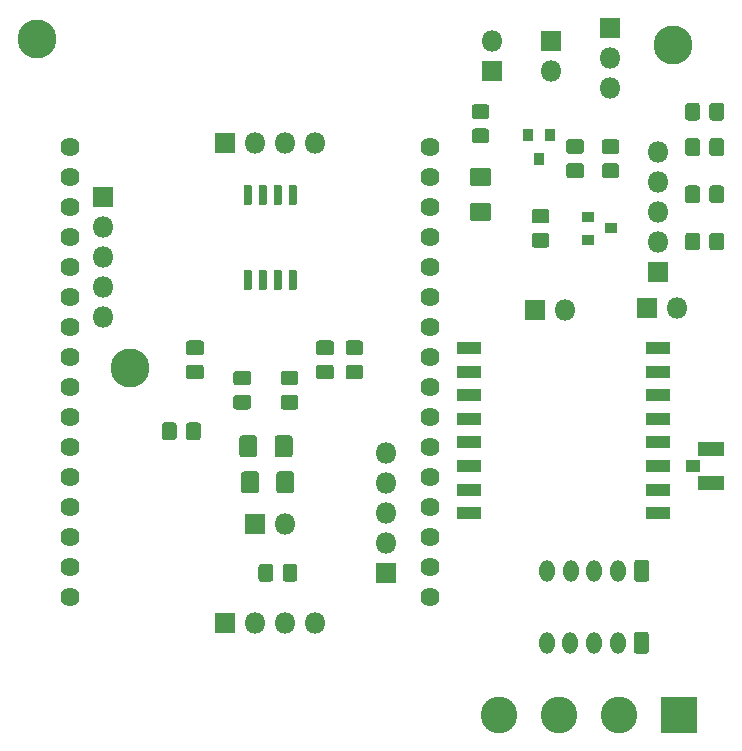
<source format=gbr>
%TF.GenerationSoftware,KiCad,Pcbnew,(5.0.0)*%
%TF.CreationDate,2021-11-24T17:07:04+01:00*%
%TF.ProjectId,Master3A__2,4D617374657233415F5F322E6B696361,rev?*%
%TF.SameCoordinates,Original*%
%TF.FileFunction,Soldermask,Top*%
%TF.FilePolarity,Negative*%
%FSLAX46Y46*%
G04 Gerber Fmt 4.6, Leading zero omitted, Abs format (unit mm)*
G04 Created by KiCad (PCBNEW (5.0.0)) date 11/24/21 17:07:04*
%MOMM*%
%LPD*%
G01*
G04 APERTURE LIST*
%ADD10C,3.100000*%
%ADD11R,3.100000X3.100000*%
%ADD12C,3.300000*%
%ADD13O,1.300000X1.850000*%
%ADD14C,0.100000*%
%ADD15C,1.300000*%
%ADD16R,1.800000X1.800000*%
%ADD17O,1.800000X1.800000*%
%ADD18C,1.624000*%
%ADD19C,1.525000*%
%ADD20C,1.250000*%
%ADD21R,1.000000X0.900000*%
%ADD22R,0.900000X1.000000*%
%ADD23C,0.700000*%
%ADD24R,2.300000X1.150000*%
%ADD25R,1.150000X1.100000*%
%ADD26R,2.100000X1.100000*%
G04 APERTURE END LIST*
D10*
%TO.C,J5*%
X256032000Y-134620000D03*
D11*
X271272000Y-134620000D03*
D10*
X261112000Y-134620000D03*
X266192000Y-134620000D03*
%TD*%
D12*
%TO.C,H1*%
X216916000Y-77419200D03*
%TD*%
D13*
%TO.C,J8*%
X260097000Y-122428000D03*
X262097000Y-122428000D03*
X264097000Y-122428000D03*
X266097000Y-122428000D03*
D14*
G36*
X268502714Y-121504304D02*
X268529005Y-121508204D01*
X268554786Y-121514662D01*
X268579811Y-121523616D01*
X268603837Y-121534980D01*
X268626634Y-121548643D01*
X268647982Y-121564476D01*
X268667675Y-121582325D01*
X268685524Y-121602018D01*
X268701357Y-121623366D01*
X268715020Y-121646163D01*
X268726384Y-121670189D01*
X268735338Y-121695214D01*
X268741796Y-121720995D01*
X268745696Y-121747286D01*
X268747000Y-121773832D01*
X268747000Y-123082168D01*
X268745696Y-123108714D01*
X268741796Y-123135005D01*
X268735338Y-123160786D01*
X268726384Y-123185811D01*
X268715020Y-123209837D01*
X268701357Y-123232634D01*
X268685524Y-123253982D01*
X268667675Y-123273675D01*
X268647982Y-123291524D01*
X268626634Y-123307357D01*
X268603837Y-123321020D01*
X268579811Y-123332384D01*
X268554786Y-123341338D01*
X268529005Y-123347796D01*
X268502714Y-123351696D01*
X268476168Y-123353000D01*
X267717832Y-123353000D01*
X267691286Y-123351696D01*
X267664995Y-123347796D01*
X267639214Y-123341338D01*
X267614189Y-123332384D01*
X267590163Y-123321020D01*
X267567366Y-123307357D01*
X267546018Y-123291524D01*
X267526325Y-123273675D01*
X267508476Y-123253982D01*
X267492643Y-123232634D01*
X267478980Y-123209837D01*
X267467616Y-123185811D01*
X267458662Y-123160786D01*
X267452204Y-123135005D01*
X267448304Y-123108714D01*
X267447000Y-123082168D01*
X267447000Y-121773832D01*
X267448304Y-121747286D01*
X267452204Y-121720995D01*
X267458662Y-121695214D01*
X267467616Y-121670189D01*
X267478980Y-121646163D01*
X267492643Y-121623366D01*
X267508476Y-121602018D01*
X267526325Y-121582325D01*
X267546018Y-121564476D01*
X267567366Y-121548643D01*
X267590163Y-121534980D01*
X267614189Y-121523616D01*
X267639214Y-121514662D01*
X267664995Y-121508204D01*
X267691286Y-121504304D01*
X267717832Y-121503000D01*
X268476168Y-121503000D01*
X268502714Y-121504304D01*
X268502714Y-121504304D01*
G37*
D15*
X268097000Y-122428000D03*
%TD*%
D16*
%TO.C,J9*%
X246457000Y-122635000D03*
D17*
X246457000Y-120095000D03*
X246457000Y-117555000D03*
X246457000Y-115015000D03*
X246457000Y-112475000D03*
%TD*%
%TO.C,J10*%
X222457000Y-100965000D03*
X222457000Y-98425000D03*
X222457000Y-95885000D03*
X222457000Y-93345000D03*
D16*
X222457000Y-90805000D03*
%TD*%
D12*
%TO.C,MH2*%
X270764000Y-77876400D03*
%TD*%
D18*
%TO.C,U3*%
X219710000Y-124655000D03*
X219710000Y-122115000D03*
X219710000Y-119575000D03*
X219710000Y-117035000D03*
X219710000Y-114495000D03*
X219710000Y-111955000D03*
X219710000Y-109415000D03*
X219710000Y-106875000D03*
X219710000Y-104335000D03*
X219710000Y-101795000D03*
X219710000Y-99255000D03*
X219710000Y-96715000D03*
X219710000Y-94175000D03*
X219710000Y-91635000D03*
X219710000Y-89095000D03*
X219710000Y-86555000D03*
X250190000Y-124655000D03*
X250190000Y-122115000D03*
X250190000Y-119575000D03*
X250190000Y-117035000D03*
X250190000Y-114495000D03*
X250190000Y-111955000D03*
X250190000Y-109415000D03*
X250190000Y-106875000D03*
X250190000Y-104335000D03*
X250190000Y-101795000D03*
X250190000Y-99255000D03*
X250190000Y-96715000D03*
X250190000Y-94175000D03*
X250190000Y-91635000D03*
X250190000Y-89095000D03*
X250190000Y-86555000D03*
%TD*%
D14*
%TO.C,C1*%
G36*
X255140680Y-91281288D02*
X255166651Y-91285141D01*
X255192120Y-91291520D01*
X255216841Y-91300366D01*
X255240575Y-91311591D01*
X255263095Y-91325089D01*
X255284184Y-91340730D01*
X255303638Y-91358362D01*
X255321270Y-91377816D01*
X255336911Y-91398905D01*
X255350409Y-91421425D01*
X255361634Y-91445159D01*
X255370480Y-91469880D01*
X255376859Y-91495349D01*
X255380712Y-91521320D01*
X255382000Y-91547544D01*
X255382000Y-92537456D01*
X255380712Y-92563680D01*
X255376859Y-92589651D01*
X255370480Y-92615120D01*
X255361634Y-92639841D01*
X255350409Y-92663575D01*
X255336911Y-92686095D01*
X255321270Y-92707184D01*
X255303638Y-92726638D01*
X255284184Y-92744270D01*
X255263095Y-92759911D01*
X255240575Y-92773409D01*
X255216841Y-92784634D01*
X255192120Y-92793480D01*
X255166651Y-92799859D01*
X255140680Y-92803712D01*
X255114456Y-92805000D01*
X253799544Y-92805000D01*
X253773320Y-92803712D01*
X253747349Y-92799859D01*
X253721880Y-92793480D01*
X253697159Y-92784634D01*
X253673425Y-92773409D01*
X253650905Y-92759911D01*
X253629816Y-92744270D01*
X253610362Y-92726638D01*
X253592730Y-92707184D01*
X253577089Y-92686095D01*
X253563591Y-92663575D01*
X253552366Y-92639841D01*
X253543520Y-92615120D01*
X253537141Y-92589651D01*
X253533288Y-92563680D01*
X253532000Y-92537456D01*
X253532000Y-91547544D01*
X253533288Y-91521320D01*
X253537141Y-91495349D01*
X253543520Y-91469880D01*
X253552366Y-91445159D01*
X253563591Y-91421425D01*
X253577089Y-91398905D01*
X253592730Y-91377816D01*
X253610362Y-91358362D01*
X253629816Y-91340730D01*
X253650905Y-91325089D01*
X253673425Y-91311591D01*
X253697159Y-91300366D01*
X253721880Y-91291520D01*
X253747349Y-91285141D01*
X253773320Y-91281288D01*
X253799544Y-91280000D01*
X255114456Y-91280000D01*
X255140680Y-91281288D01*
X255140680Y-91281288D01*
G37*
D19*
X254457000Y-92042500D03*
D14*
G36*
X255140680Y-88306288D02*
X255166651Y-88310141D01*
X255192120Y-88316520D01*
X255216841Y-88325366D01*
X255240575Y-88336591D01*
X255263095Y-88350089D01*
X255284184Y-88365730D01*
X255303638Y-88383362D01*
X255321270Y-88402816D01*
X255336911Y-88423905D01*
X255350409Y-88446425D01*
X255361634Y-88470159D01*
X255370480Y-88494880D01*
X255376859Y-88520349D01*
X255380712Y-88546320D01*
X255382000Y-88572544D01*
X255382000Y-89562456D01*
X255380712Y-89588680D01*
X255376859Y-89614651D01*
X255370480Y-89640120D01*
X255361634Y-89664841D01*
X255350409Y-89688575D01*
X255336911Y-89711095D01*
X255321270Y-89732184D01*
X255303638Y-89751638D01*
X255284184Y-89769270D01*
X255263095Y-89784911D01*
X255240575Y-89798409D01*
X255216841Y-89809634D01*
X255192120Y-89818480D01*
X255166651Y-89824859D01*
X255140680Y-89828712D01*
X255114456Y-89830000D01*
X253799544Y-89830000D01*
X253773320Y-89828712D01*
X253747349Y-89824859D01*
X253721880Y-89818480D01*
X253697159Y-89809634D01*
X253673425Y-89798409D01*
X253650905Y-89784911D01*
X253629816Y-89769270D01*
X253610362Y-89751638D01*
X253592730Y-89732184D01*
X253577089Y-89711095D01*
X253563591Y-89688575D01*
X253552366Y-89664841D01*
X253543520Y-89640120D01*
X253537141Y-89614651D01*
X253533288Y-89588680D01*
X253532000Y-89562456D01*
X253532000Y-88572544D01*
X253533288Y-88546320D01*
X253537141Y-88520349D01*
X253543520Y-88494880D01*
X253552366Y-88470159D01*
X253563591Y-88446425D01*
X253577089Y-88423905D01*
X253592730Y-88402816D01*
X253610362Y-88383362D01*
X253629816Y-88365730D01*
X253650905Y-88350089D01*
X253673425Y-88336591D01*
X253697159Y-88325366D01*
X253721880Y-88316520D01*
X253747349Y-88310141D01*
X253773320Y-88306288D01*
X253799544Y-88305000D01*
X255114456Y-88305000D01*
X255140680Y-88306288D01*
X255140680Y-88306288D01*
G37*
D19*
X254457000Y-89067500D03*
%TD*%
D14*
%TO.C,C2*%
G36*
X235471180Y-114011288D02*
X235497151Y-114015141D01*
X235522620Y-114021520D01*
X235547341Y-114030366D01*
X235571075Y-114041591D01*
X235593595Y-114055089D01*
X235614684Y-114070730D01*
X235634138Y-114088362D01*
X235651770Y-114107816D01*
X235667411Y-114128905D01*
X235680909Y-114151425D01*
X235692134Y-114175159D01*
X235700980Y-114199880D01*
X235707359Y-114225349D01*
X235711212Y-114251320D01*
X235712500Y-114277544D01*
X235712500Y-115592456D01*
X235711212Y-115618680D01*
X235707359Y-115644651D01*
X235700980Y-115670120D01*
X235692134Y-115694841D01*
X235680909Y-115718575D01*
X235667411Y-115741095D01*
X235651770Y-115762184D01*
X235634138Y-115781638D01*
X235614684Y-115799270D01*
X235593595Y-115814911D01*
X235571075Y-115828409D01*
X235547341Y-115839634D01*
X235522620Y-115848480D01*
X235497151Y-115854859D01*
X235471180Y-115858712D01*
X235444956Y-115860000D01*
X234455044Y-115860000D01*
X234428820Y-115858712D01*
X234402849Y-115854859D01*
X234377380Y-115848480D01*
X234352659Y-115839634D01*
X234328925Y-115828409D01*
X234306405Y-115814911D01*
X234285316Y-115799270D01*
X234265862Y-115781638D01*
X234248230Y-115762184D01*
X234232589Y-115741095D01*
X234219091Y-115718575D01*
X234207866Y-115694841D01*
X234199020Y-115670120D01*
X234192641Y-115644651D01*
X234188788Y-115618680D01*
X234187500Y-115592456D01*
X234187500Y-114277544D01*
X234188788Y-114251320D01*
X234192641Y-114225349D01*
X234199020Y-114199880D01*
X234207866Y-114175159D01*
X234219091Y-114151425D01*
X234232589Y-114128905D01*
X234248230Y-114107816D01*
X234265862Y-114088362D01*
X234285316Y-114070730D01*
X234306405Y-114055089D01*
X234328925Y-114041591D01*
X234352659Y-114030366D01*
X234377380Y-114021520D01*
X234402849Y-114015141D01*
X234428820Y-114011288D01*
X234455044Y-114010000D01*
X235444956Y-114010000D01*
X235471180Y-114011288D01*
X235471180Y-114011288D01*
G37*
D19*
X234950000Y-114935000D03*
D14*
G36*
X238446180Y-114011288D02*
X238472151Y-114015141D01*
X238497620Y-114021520D01*
X238522341Y-114030366D01*
X238546075Y-114041591D01*
X238568595Y-114055089D01*
X238589684Y-114070730D01*
X238609138Y-114088362D01*
X238626770Y-114107816D01*
X238642411Y-114128905D01*
X238655909Y-114151425D01*
X238667134Y-114175159D01*
X238675980Y-114199880D01*
X238682359Y-114225349D01*
X238686212Y-114251320D01*
X238687500Y-114277544D01*
X238687500Y-115592456D01*
X238686212Y-115618680D01*
X238682359Y-115644651D01*
X238675980Y-115670120D01*
X238667134Y-115694841D01*
X238655909Y-115718575D01*
X238642411Y-115741095D01*
X238626770Y-115762184D01*
X238609138Y-115781638D01*
X238589684Y-115799270D01*
X238568595Y-115814911D01*
X238546075Y-115828409D01*
X238522341Y-115839634D01*
X238497620Y-115848480D01*
X238472151Y-115854859D01*
X238446180Y-115858712D01*
X238419956Y-115860000D01*
X237430044Y-115860000D01*
X237403820Y-115858712D01*
X237377849Y-115854859D01*
X237352380Y-115848480D01*
X237327659Y-115839634D01*
X237303925Y-115828409D01*
X237281405Y-115814911D01*
X237260316Y-115799270D01*
X237240862Y-115781638D01*
X237223230Y-115762184D01*
X237207589Y-115741095D01*
X237194091Y-115718575D01*
X237182866Y-115694841D01*
X237174020Y-115670120D01*
X237167641Y-115644651D01*
X237163788Y-115618680D01*
X237162500Y-115592456D01*
X237162500Y-114277544D01*
X237163788Y-114251320D01*
X237167641Y-114225349D01*
X237174020Y-114199880D01*
X237182866Y-114175159D01*
X237194091Y-114151425D01*
X237207589Y-114128905D01*
X237223230Y-114107816D01*
X237240862Y-114088362D01*
X237260316Y-114070730D01*
X237281405Y-114055089D01*
X237303925Y-114041591D01*
X237327659Y-114030366D01*
X237352380Y-114021520D01*
X237377849Y-114015141D01*
X237403820Y-114011288D01*
X237430044Y-114010000D01*
X238419956Y-114010000D01*
X238446180Y-114011288D01*
X238446180Y-114011288D01*
G37*
D19*
X237925000Y-114935000D03*
%TD*%
D14*
%TO.C,C3*%
G36*
X238297180Y-110963288D02*
X238323151Y-110967141D01*
X238348620Y-110973520D01*
X238373341Y-110982366D01*
X238397075Y-110993591D01*
X238419595Y-111007089D01*
X238440684Y-111022730D01*
X238460138Y-111040362D01*
X238477770Y-111059816D01*
X238493411Y-111080905D01*
X238506909Y-111103425D01*
X238518134Y-111127159D01*
X238526980Y-111151880D01*
X238533359Y-111177349D01*
X238537212Y-111203320D01*
X238538500Y-111229544D01*
X238538500Y-112544456D01*
X238537212Y-112570680D01*
X238533359Y-112596651D01*
X238526980Y-112622120D01*
X238518134Y-112646841D01*
X238506909Y-112670575D01*
X238493411Y-112693095D01*
X238477770Y-112714184D01*
X238460138Y-112733638D01*
X238440684Y-112751270D01*
X238419595Y-112766911D01*
X238397075Y-112780409D01*
X238373341Y-112791634D01*
X238348620Y-112800480D01*
X238323151Y-112806859D01*
X238297180Y-112810712D01*
X238270956Y-112812000D01*
X237281044Y-112812000D01*
X237254820Y-112810712D01*
X237228849Y-112806859D01*
X237203380Y-112800480D01*
X237178659Y-112791634D01*
X237154925Y-112780409D01*
X237132405Y-112766911D01*
X237111316Y-112751270D01*
X237091862Y-112733638D01*
X237074230Y-112714184D01*
X237058589Y-112693095D01*
X237045091Y-112670575D01*
X237033866Y-112646841D01*
X237025020Y-112622120D01*
X237018641Y-112596651D01*
X237014788Y-112570680D01*
X237013500Y-112544456D01*
X237013500Y-111229544D01*
X237014788Y-111203320D01*
X237018641Y-111177349D01*
X237025020Y-111151880D01*
X237033866Y-111127159D01*
X237045091Y-111103425D01*
X237058589Y-111080905D01*
X237074230Y-111059816D01*
X237091862Y-111040362D01*
X237111316Y-111022730D01*
X237132405Y-111007089D01*
X237154925Y-110993591D01*
X237178659Y-110982366D01*
X237203380Y-110973520D01*
X237228849Y-110967141D01*
X237254820Y-110963288D01*
X237281044Y-110962000D01*
X238270956Y-110962000D01*
X238297180Y-110963288D01*
X238297180Y-110963288D01*
G37*
D19*
X237776000Y-111887000D03*
D14*
G36*
X235322180Y-110963288D02*
X235348151Y-110967141D01*
X235373620Y-110973520D01*
X235398341Y-110982366D01*
X235422075Y-110993591D01*
X235444595Y-111007089D01*
X235465684Y-111022730D01*
X235485138Y-111040362D01*
X235502770Y-111059816D01*
X235518411Y-111080905D01*
X235531909Y-111103425D01*
X235543134Y-111127159D01*
X235551980Y-111151880D01*
X235558359Y-111177349D01*
X235562212Y-111203320D01*
X235563500Y-111229544D01*
X235563500Y-112544456D01*
X235562212Y-112570680D01*
X235558359Y-112596651D01*
X235551980Y-112622120D01*
X235543134Y-112646841D01*
X235531909Y-112670575D01*
X235518411Y-112693095D01*
X235502770Y-112714184D01*
X235485138Y-112733638D01*
X235465684Y-112751270D01*
X235444595Y-112766911D01*
X235422075Y-112780409D01*
X235398341Y-112791634D01*
X235373620Y-112800480D01*
X235348151Y-112806859D01*
X235322180Y-112810712D01*
X235295956Y-112812000D01*
X234306044Y-112812000D01*
X234279820Y-112810712D01*
X234253849Y-112806859D01*
X234228380Y-112800480D01*
X234203659Y-112791634D01*
X234179925Y-112780409D01*
X234157405Y-112766911D01*
X234136316Y-112751270D01*
X234116862Y-112733638D01*
X234099230Y-112714184D01*
X234083589Y-112693095D01*
X234070091Y-112670575D01*
X234058866Y-112646841D01*
X234050020Y-112622120D01*
X234043641Y-112596651D01*
X234039788Y-112570680D01*
X234038500Y-112544456D01*
X234038500Y-111229544D01*
X234039788Y-111203320D01*
X234043641Y-111177349D01*
X234050020Y-111151880D01*
X234058866Y-111127159D01*
X234070091Y-111103425D01*
X234083589Y-111080905D01*
X234099230Y-111059816D01*
X234116862Y-111040362D01*
X234136316Y-111022730D01*
X234157405Y-111007089D01*
X234179925Y-110993591D01*
X234203659Y-110982366D01*
X234228380Y-110973520D01*
X234253849Y-110967141D01*
X234279820Y-110963288D01*
X234306044Y-110962000D01*
X235295956Y-110962000D01*
X235322180Y-110963288D01*
X235322180Y-110963288D01*
G37*
D19*
X234801000Y-111887000D03*
%TD*%
D14*
%TO.C,D1*%
G36*
X274836897Y-82806308D02*
X274863275Y-82810221D01*
X274889143Y-82816701D01*
X274914252Y-82825685D01*
X274938358Y-82837086D01*
X274961232Y-82850796D01*
X274982651Y-82866682D01*
X275002410Y-82884590D01*
X275020318Y-82904349D01*
X275036204Y-82925768D01*
X275049914Y-82948642D01*
X275061315Y-82972748D01*
X275070299Y-82997857D01*
X275076779Y-83023725D01*
X275080692Y-83050103D01*
X275082000Y-83076738D01*
X275082000Y-84033262D01*
X275080692Y-84059897D01*
X275076779Y-84086275D01*
X275070299Y-84112143D01*
X275061315Y-84137252D01*
X275049914Y-84161358D01*
X275036204Y-84184232D01*
X275020318Y-84205651D01*
X275002410Y-84225410D01*
X274982651Y-84243318D01*
X274961232Y-84259204D01*
X274938358Y-84272914D01*
X274914252Y-84284315D01*
X274889143Y-84293299D01*
X274863275Y-84299779D01*
X274836897Y-84303692D01*
X274810262Y-84305000D01*
X274103738Y-84305000D01*
X274077103Y-84303692D01*
X274050725Y-84299779D01*
X274024857Y-84293299D01*
X273999748Y-84284315D01*
X273975642Y-84272914D01*
X273952768Y-84259204D01*
X273931349Y-84243318D01*
X273911590Y-84225410D01*
X273893682Y-84205651D01*
X273877796Y-84184232D01*
X273864086Y-84161358D01*
X273852685Y-84137252D01*
X273843701Y-84112143D01*
X273837221Y-84086275D01*
X273833308Y-84059897D01*
X273832000Y-84033262D01*
X273832000Y-83076738D01*
X273833308Y-83050103D01*
X273837221Y-83023725D01*
X273843701Y-82997857D01*
X273852685Y-82972748D01*
X273864086Y-82948642D01*
X273877796Y-82925768D01*
X273893682Y-82904349D01*
X273911590Y-82884590D01*
X273931349Y-82866682D01*
X273952768Y-82850796D01*
X273975642Y-82837086D01*
X273999748Y-82825685D01*
X274024857Y-82816701D01*
X274050725Y-82810221D01*
X274077103Y-82806308D01*
X274103738Y-82805000D01*
X274810262Y-82805000D01*
X274836897Y-82806308D01*
X274836897Y-82806308D01*
G37*
D20*
X274457000Y-83555000D03*
D14*
G36*
X272786897Y-82806308D02*
X272813275Y-82810221D01*
X272839143Y-82816701D01*
X272864252Y-82825685D01*
X272888358Y-82837086D01*
X272911232Y-82850796D01*
X272932651Y-82866682D01*
X272952410Y-82884590D01*
X272970318Y-82904349D01*
X272986204Y-82925768D01*
X272999914Y-82948642D01*
X273011315Y-82972748D01*
X273020299Y-82997857D01*
X273026779Y-83023725D01*
X273030692Y-83050103D01*
X273032000Y-83076738D01*
X273032000Y-84033262D01*
X273030692Y-84059897D01*
X273026779Y-84086275D01*
X273020299Y-84112143D01*
X273011315Y-84137252D01*
X272999914Y-84161358D01*
X272986204Y-84184232D01*
X272970318Y-84205651D01*
X272952410Y-84225410D01*
X272932651Y-84243318D01*
X272911232Y-84259204D01*
X272888358Y-84272914D01*
X272864252Y-84284315D01*
X272839143Y-84293299D01*
X272813275Y-84299779D01*
X272786897Y-84303692D01*
X272760262Y-84305000D01*
X272053738Y-84305000D01*
X272027103Y-84303692D01*
X272000725Y-84299779D01*
X271974857Y-84293299D01*
X271949748Y-84284315D01*
X271925642Y-84272914D01*
X271902768Y-84259204D01*
X271881349Y-84243318D01*
X271861590Y-84225410D01*
X271843682Y-84205651D01*
X271827796Y-84184232D01*
X271814086Y-84161358D01*
X271802685Y-84137252D01*
X271793701Y-84112143D01*
X271787221Y-84086275D01*
X271783308Y-84059897D01*
X271782000Y-84033262D01*
X271782000Y-83076738D01*
X271783308Y-83050103D01*
X271787221Y-83023725D01*
X271793701Y-82997857D01*
X271802685Y-82972748D01*
X271814086Y-82948642D01*
X271827796Y-82925768D01*
X271843682Y-82904349D01*
X271861590Y-82884590D01*
X271881349Y-82866682D01*
X271902768Y-82850796D01*
X271925642Y-82837086D01*
X271949748Y-82825685D01*
X271974857Y-82816701D01*
X272000725Y-82810221D01*
X272027103Y-82806308D01*
X272053738Y-82805000D01*
X272760262Y-82805000D01*
X272786897Y-82806308D01*
X272786897Y-82806308D01*
G37*
D20*
X272407000Y-83555000D03*
%TD*%
D16*
%TO.C,J1*%
X265457000Y-76475000D03*
D17*
X265457000Y-79015000D03*
X265457000Y-81555000D03*
%TD*%
D16*
%TO.C,J2*%
X232856000Y-86201000D03*
D17*
X235396000Y-86201000D03*
X237936000Y-86201000D03*
X240476000Y-86201000D03*
%TD*%
D16*
%TO.C,J3*%
X255457000Y-80095000D03*
D17*
X255457000Y-77555000D03*
%TD*%
%TO.C,JP1*%
X261620000Y-100330000D03*
D16*
X259080000Y-100330000D03*
%TD*%
%TO.C,JP2*%
X268523000Y-100203000D03*
D17*
X271063000Y-100203000D03*
%TD*%
D21*
%TO.C,Q1*%
X265523000Y-93445000D03*
X263523000Y-94395000D03*
X263523000Y-92495000D03*
%TD*%
D22*
%TO.C,Q2*%
X260357000Y-85555000D03*
X258457000Y-85555000D03*
X259407000Y-87555000D03*
%TD*%
D14*
%TO.C,R1*%
G36*
X241780897Y-104977308D02*
X241807275Y-104981221D01*
X241833143Y-104987701D01*
X241858252Y-104996685D01*
X241882358Y-105008086D01*
X241905232Y-105021796D01*
X241926651Y-105037682D01*
X241946410Y-105055590D01*
X241964318Y-105075349D01*
X241980204Y-105096768D01*
X241993914Y-105119642D01*
X242005315Y-105143748D01*
X242014299Y-105168857D01*
X242020779Y-105194725D01*
X242024692Y-105221103D01*
X242026000Y-105247738D01*
X242026000Y-105954262D01*
X242024692Y-105980897D01*
X242020779Y-106007275D01*
X242014299Y-106033143D01*
X242005315Y-106058252D01*
X241993914Y-106082358D01*
X241980204Y-106105232D01*
X241964318Y-106126651D01*
X241946410Y-106146410D01*
X241926651Y-106164318D01*
X241905232Y-106180204D01*
X241882358Y-106193914D01*
X241858252Y-106205315D01*
X241833143Y-106214299D01*
X241807275Y-106220779D01*
X241780897Y-106224692D01*
X241754262Y-106226000D01*
X240797738Y-106226000D01*
X240771103Y-106224692D01*
X240744725Y-106220779D01*
X240718857Y-106214299D01*
X240693748Y-106205315D01*
X240669642Y-106193914D01*
X240646768Y-106180204D01*
X240625349Y-106164318D01*
X240605590Y-106146410D01*
X240587682Y-106126651D01*
X240571796Y-106105232D01*
X240558086Y-106082358D01*
X240546685Y-106058252D01*
X240537701Y-106033143D01*
X240531221Y-106007275D01*
X240527308Y-105980897D01*
X240526000Y-105954262D01*
X240526000Y-105247738D01*
X240527308Y-105221103D01*
X240531221Y-105194725D01*
X240537701Y-105168857D01*
X240546685Y-105143748D01*
X240558086Y-105119642D01*
X240571796Y-105096768D01*
X240587682Y-105075349D01*
X240605590Y-105055590D01*
X240625349Y-105037682D01*
X240646768Y-105021796D01*
X240669642Y-105008086D01*
X240693748Y-104996685D01*
X240718857Y-104987701D01*
X240744725Y-104981221D01*
X240771103Y-104977308D01*
X240797738Y-104976000D01*
X241754262Y-104976000D01*
X241780897Y-104977308D01*
X241780897Y-104977308D01*
G37*
D20*
X241276000Y-105601000D03*
D14*
G36*
X241780897Y-102927308D02*
X241807275Y-102931221D01*
X241833143Y-102937701D01*
X241858252Y-102946685D01*
X241882358Y-102958086D01*
X241905232Y-102971796D01*
X241926651Y-102987682D01*
X241946410Y-103005590D01*
X241964318Y-103025349D01*
X241980204Y-103046768D01*
X241993914Y-103069642D01*
X242005315Y-103093748D01*
X242014299Y-103118857D01*
X242020779Y-103144725D01*
X242024692Y-103171103D01*
X242026000Y-103197738D01*
X242026000Y-103904262D01*
X242024692Y-103930897D01*
X242020779Y-103957275D01*
X242014299Y-103983143D01*
X242005315Y-104008252D01*
X241993914Y-104032358D01*
X241980204Y-104055232D01*
X241964318Y-104076651D01*
X241946410Y-104096410D01*
X241926651Y-104114318D01*
X241905232Y-104130204D01*
X241882358Y-104143914D01*
X241858252Y-104155315D01*
X241833143Y-104164299D01*
X241807275Y-104170779D01*
X241780897Y-104174692D01*
X241754262Y-104176000D01*
X240797738Y-104176000D01*
X240771103Y-104174692D01*
X240744725Y-104170779D01*
X240718857Y-104164299D01*
X240693748Y-104155315D01*
X240669642Y-104143914D01*
X240646768Y-104130204D01*
X240625349Y-104114318D01*
X240605590Y-104096410D01*
X240587682Y-104076651D01*
X240571796Y-104055232D01*
X240558086Y-104032358D01*
X240546685Y-104008252D01*
X240537701Y-103983143D01*
X240531221Y-103957275D01*
X240527308Y-103930897D01*
X240526000Y-103904262D01*
X240526000Y-103197738D01*
X240527308Y-103171103D01*
X240531221Y-103144725D01*
X240537701Y-103118857D01*
X240546685Y-103093748D01*
X240558086Y-103069642D01*
X240571796Y-103046768D01*
X240587682Y-103025349D01*
X240605590Y-103005590D01*
X240625349Y-102987682D01*
X240646768Y-102971796D01*
X240669642Y-102958086D01*
X240693748Y-102946685D01*
X240718857Y-102937701D01*
X240744725Y-102931221D01*
X240771103Y-102927308D01*
X240797738Y-102926000D01*
X241754262Y-102926000D01*
X241780897Y-102927308D01*
X241780897Y-102927308D01*
G37*
D20*
X241276000Y-103551000D03*
%TD*%
D14*
%TO.C,R2*%
G36*
X230521897Y-109868308D02*
X230548275Y-109872221D01*
X230574143Y-109878701D01*
X230599252Y-109887685D01*
X230623358Y-109899086D01*
X230646232Y-109912796D01*
X230667651Y-109928682D01*
X230687410Y-109946590D01*
X230705318Y-109966349D01*
X230721204Y-109987768D01*
X230734914Y-110010642D01*
X230746315Y-110034748D01*
X230755299Y-110059857D01*
X230761779Y-110085725D01*
X230765692Y-110112103D01*
X230767000Y-110138738D01*
X230767000Y-111095262D01*
X230765692Y-111121897D01*
X230761779Y-111148275D01*
X230755299Y-111174143D01*
X230746315Y-111199252D01*
X230734914Y-111223358D01*
X230721204Y-111246232D01*
X230705318Y-111267651D01*
X230687410Y-111287410D01*
X230667651Y-111305318D01*
X230646232Y-111321204D01*
X230623358Y-111334914D01*
X230599252Y-111346315D01*
X230574143Y-111355299D01*
X230548275Y-111361779D01*
X230521897Y-111365692D01*
X230495262Y-111367000D01*
X229788738Y-111367000D01*
X229762103Y-111365692D01*
X229735725Y-111361779D01*
X229709857Y-111355299D01*
X229684748Y-111346315D01*
X229660642Y-111334914D01*
X229637768Y-111321204D01*
X229616349Y-111305318D01*
X229596590Y-111287410D01*
X229578682Y-111267651D01*
X229562796Y-111246232D01*
X229549086Y-111223358D01*
X229537685Y-111199252D01*
X229528701Y-111174143D01*
X229522221Y-111148275D01*
X229518308Y-111121897D01*
X229517000Y-111095262D01*
X229517000Y-110138738D01*
X229518308Y-110112103D01*
X229522221Y-110085725D01*
X229528701Y-110059857D01*
X229537685Y-110034748D01*
X229549086Y-110010642D01*
X229562796Y-109987768D01*
X229578682Y-109966349D01*
X229596590Y-109946590D01*
X229616349Y-109928682D01*
X229637768Y-109912796D01*
X229660642Y-109899086D01*
X229684748Y-109887685D01*
X229709857Y-109878701D01*
X229735725Y-109872221D01*
X229762103Y-109868308D01*
X229788738Y-109867000D01*
X230495262Y-109867000D01*
X230521897Y-109868308D01*
X230521897Y-109868308D01*
G37*
D20*
X230142000Y-110617000D03*
D14*
G36*
X228471897Y-109868308D02*
X228498275Y-109872221D01*
X228524143Y-109878701D01*
X228549252Y-109887685D01*
X228573358Y-109899086D01*
X228596232Y-109912796D01*
X228617651Y-109928682D01*
X228637410Y-109946590D01*
X228655318Y-109966349D01*
X228671204Y-109987768D01*
X228684914Y-110010642D01*
X228696315Y-110034748D01*
X228705299Y-110059857D01*
X228711779Y-110085725D01*
X228715692Y-110112103D01*
X228717000Y-110138738D01*
X228717000Y-111095262D01*
X228715692Y-111121897D01*
X228711779Y-111148275D01*
X228705299Y-111174143D01*
X228696315Y-111199252D01*
X228684914Y-111223358D01*
X228671204Y-111246232D01*
X228655318Y-111267651D01*
X228637410Y-111287410D01*
X228617651Y-111305318D01*
X228596232Y-111321204D01*
X228573358Y-111334914D01*
X228549252Y-111346315D01*
X228524143Y-111355299D01*
X228498275Y-111361779D01*
X228471897Y-111365692D01*
X228445262Y-111367000D01*
X227738738Y-111367000D01*
X227712103Y-111365692D01*
X227685725Y-111361779D01*
X227659857Y-111355299D01*
X227634748Y-111346315D01*
X227610642Y-111334914D01*
X227587768Y-111321204D01*
X227566349Y-111305318D01*
X227546590Y-111287410D01*
X227528682Y-111267651D01*
X227512796Y-111246232D01*
X227499086Y-111223358D01*
X227487685Y-111199252D01*
X227478701Y-111174143D01*
X227472221Y-111148275D01*
X227468308Y-111121897D01*
X227467000Y-111095262D01*
X227467000Y-110138738D01*
X227468308Y-110112103D01*
X227472221Y-110085725D01*
X227478701Y-110059857D01*
X227487685Y-110034748D01*
X227499086Y-110010642D01*
X227512796Y-109987768D01*
X227528682Y-109966349D01*
X227546590Y-109946590D01*
X227566349Y-109928682D01*
X227587768Y-109912796D01*
X227610642Y-109899086D01*
X227634748Y-109887685D01*
X227659857Y-109878701D01*
X227685725Y-109872221D01*
X227712103Y-109868308D01*
X227738738Y-109867000D01*
X228445262Y-109867000D01*
X228471897Y-109868308D01*
X228471897Y-109868308D01*
G37*
D20*
X228092000Y-110617000D03*
%TD*%
D14*
%TO.C,R3*%
G36*
X244280897Y-104977308D02*
X244307275Y-104981221D01*
X244333143Y-104987701D01*
X244358252Y-104996685D01*
X244382358Y-105008086D01*
X244405232Y-105021796D01*
X244426651Y-105037682D01*
X244446410Y-105055590D01*
X244464318Y-105075349D01*
X244480204Y-105096768D01*
X244493914Y-105119642D01*
X244505315Y-105143748D01*
X244514299Y-105168857D01*
X244520779Y-105194725D01*
X244524692Y-105221103D01*
X244526000Y-105247738D01*
X244526000Y-105954262D01*
X244524692Y-105980897D01*
X244520779Y-106007275D01*
X244514299Y-106033143D01*
X244505315Y-106058252D01*
X244493914Y-106082358D01*
X244480204Y-106105232D01*
X244464318Y-106126651D01*
X244446410Y-106146410D01*
X244426651Y-106164318D01*
X244405232Y-106180204D01*
X244382358Y-106193914D01*
X244358252Y-106205315D01*
X244333143Y-106214299D01*
X244307275Y-106220779D01*
X244280897Y-106224692D01*
X244254262Y-106226000D01*
X243297738Y-106226000D01*
X243271103Y-106224692D01*
X243244725Y-106220779D01*
X243218857Y-106214299D01*
X243193748Y-106205315D01*
X243169642Y-106193914D01*
X243146768Y-106180204D01*
X243125349Y-106164318D01*
X243105590Y-106146410D01*
X243087682Y-106126651D01*
X243071796Y-106105232D01*
X243058086Y-106082358D01*
X243046685Y-106058252D01*
X243037701Y-106033143D01*
X243031221Y-106007275D01*
X243027308Y-105980897D01*
X243026000Y-105954262D01*
X243026000Y-105247738D01*
X243027308Y-105221103D01*
X243031221Y-105194725D01*
X243037701Y-105168857D01*
X243046685Y-105143748D01*
X243058086Y-105119642D01*
X243071796Y-105096768D01*
X243087682Y-105075349D01*
X243105590Y-105055590D01*
X243125349Y-105037682D01*
X243146768Y-105021796D01*
X243169642Y-105008086D01*
X243193748Y-104996685D01*
X243218857Y-104987701D01*
X243244725Y-104981221D01*
X243271103Y-104977308D01*
X243297738Y-104976000D01*
X244254262Y-104976000D01*
X244280897Y-104977308D01*
X244280897Y-104977308D01*
G37*
D20*
X243776000Y-105601000D03*
D14*
G36*
X244280897Y-102927308D02*
X244307275Y-102931221D01*
X244333143Y-102937701D01*
X244358252Y-102946685D01*
X244382358Y-102958086D01*
X244405232Y-102971796D01*
X244426651Y-102987682D01*
X244446410Y-103005590D01*
X244464318Y-103025349D01*
X244480204Y-103046768D01*
X244493914Y-103069642D01*
X244505315Y-103093748D01*
X244514299Y-103118857D01*
X244520779Y-103144725D01*
X244524692Y-103171103D01*
X244526000Y-103197738D01*
X244526000Y-103904262D01*
X244524692Y-103930897D01*
X244520779Y-103957275D01*
X244514299Y-103983143D01*
X244505315Y-104008252D01*
X244493914Y-104032358D01*
X244480204Y-104055232D01*
X244464318Y-104076651D01*
X244446410Y-104096410D01*
X244426651Y-104114318D01*
X244405232Y-104130204D01*
X244382358Y-104143914D01*
X244358252Y-104155315D01*
X244333143Y-104164299D01*
X244307275Y-104170779D01*
X244280897Y-104174692D01*
X244254262Y-104176000D01*
X243297738Y-104176000D01*
X243271103Y-104174692D01*
X243244725Y-104170779D01*
X243218857Y-104164299D01*
X243193748Y-104155315D01*
X243169642Y-104143914D01*
X243146768Y-104130204D01*
X243125349Y-104114318D01*
X243105590Y-104096410D01*
X243087682Y-104076651D01*
X243071796Y-104055232D01*
X243058086Y-104032358D01*
X243046685Y-104008252D01*
X243037701Y-103983143D01*
X243031221Y-103957275D01*
X243027308Y-103930897D01*
X243026000Y-103904262D01*
X243026000Y-103197738D01*
X243027308Y-103171103D01*
X243031221Y-103144725D01*
X243037701Y-103118857D01*
X243046685Y-103093748D01*
X243058086Y-103069642D01*
X243071796Y-103046768D01*
X243087682Y-103025349D01*
X243105590Y-103005590D01*
X243125349Y-102987682D01*
X243146768Y-102971796D01*
X243169642Y-102958086D01*
X243193748Y-102946685D01*
X243218857Y-102937701D01*
X243244725Y-102931221D01*
X243271103Y-102927308D01*
X243297738Y-102926000D01*
X244254262Y-102926000D01*
X244280897Y-102927308D01*
X244280897Y-102927308D01*
G37*
D20*
X243776000Y-103551000D03*
%TD*%
D14*
%TO.C,R4*%
G36*
X230780897Y-102927308D02*
X230807275Y-102931221D01*
X230833143Y-102937701D01*
X230858252Y-102946685D01*
X230882358Y-102958086D01*
X230905232Y-102971796D01*
X230926651Y-102987682D01*
X230946410Y-103005590D01*
X230964318Y-103025349D01*
X230980204Y-103046768D01*
X230993914Y-103069642D01*
X231005315Y-103093748D01*
X231014299Y-103118857D01*
X231020779Y-103144725D01*
X231024692Y-103171103D01*
X231026000Y-103197738D01*
X231026000Y-103904262D01*
X231024692Y-103930897D01*
X231020779Y-103957275D01*
X231014299Y-103983143D01*
X231005315Y-104008252D01*
X230993914Y-104032358D01*
X230980204Y-104055232D01*
X230964318Y-104076651D01*
X230946410Y-104096410D01*
X230926651Y-104114318D01*
X230905232Y-104130204D01*
X230882358Y-104143914D01*
X230858252Y-104155315D01*
X230833143Y-104164299D01*
X230807275Y-104170779D01*
X230780897Y-104174692D01*
X230754262Y-104176000D01*
X229797738Y-104176000D01*
X229771103Y-104174692D01*
X229744725Y-104170779D01*
X229718857Y-104164299D01*
X229693748Y-104155315D01*
X229669642Y-104143914D01*
X229646768Y-104130204D01*
X229625349Y-104114318D01*
X229605590Y-104096410D01*
X229587682Y-104076651D01*
X229571796Y-104055232D01*
X229558086Y-104032358D01*
X229546685Y-104008252D01*
X229537701Y-103983143D01*
X229531221Y-103957275D01*
X229527308Y-103930897D01*
X229526000Y-103904262D01*
X229526000Y-103197738D01*
X229527308Y-103171103D01*
X229531221Y-103144725D01*
X229537701Y-103118857D01*
X229546685Y-103093748D01*
X229558086Y-103069642D01*
X229571796Y-103046768D01*
X229587682Y-103025349D01*
X229605590Y-103005590D01*
X229625349Y-102987682D01*
X229646768Y-102971796D01*
X229669642Y-102958086D01*
X229693748Y-102946685D01*
X229718857Y-102937701D01*
X229744725Y-102931221D01*
X229771103Y-102927308D01*
X229797738Y-102926000D01*
X230754262Y-102926000D01*
X230780897Y-102927308D01*
X230780897Y-102927308D01*
G37*
D20*
X230276000Y-103551000D03*
D14*
G36*
X230780897Y-104977308D02*
X230807275Y-104981221D01*
X230833143Y-104987701D01*
X230858252Y-104996685D01*
X230882358Y-105008086D01*
X230905232Y-105021796D01*
X230926651Y-105037682D01*
X230946410Y-105055590D01*
X230964318Y-105075349D01*
X230980204Y-105096768D01*
X230993914Y-105119642D01*
X231005315Y-105143748D01*
X231014299Y-105168857D01*
X231020779Y-105194725D01*
X231024692Y-105221103D01*
X231026000Y-105247738D01*
X231026000Y-105954262D01*
X231024692Y-105980897D01*
X231020779Y-106007275D01*
X231014299Y-106033143D01*
X231005315Y-106058252D01*
X230993914Y-106082358D01*
X230980204Y-106105232D01*
X230964318Y-106126651D01*
X230946410Y-106146410D01*
X230926651Y-106164318D01*
X230905232Y-106180204D01*
X230882358Y-106193914D01*
X230858252Y-106205315D01*
X230833143Y-106214299D01*
X230807275Y-106220779D01*
X230780897Y-106224692D01*
X230754262Y-106226000D01*
X229797738Y-106226000D01*
X229771103Y-106224692D01*
X229744725Y-106220779D01*
X229718857Y-106214299D01*
X229693748Y-106205315D01*
X229669642Y-106193914D01*
X229646768Y-106180204D01*
X229625349Y-106164318D01*
X229605590Y-106146410D01*
X229587682Y-106126651D01*
X229571796Y-106105232D01*
X229558086Y-106082358D01*
X229546685Y-106058252D01*
X229537701Y-106033143D01*
X229531221Y-106007275D01*
X229527308Y-105980897D01*
X229526000Y-105954262D01*
X229526000Y-105247738D01*
X229527308Y-105221103D01*
X229531221Y-105194725D01*
X229537701Y-105168857D01*
X229546685Y-105143748D01*
X229558086Y-105119642D01*
X229571796Y-105096768D01*
X229587682Y-105075349D01*
X229605590Y-105055590D01*
X229625349Y-105037682D01*
X229646768Y-105021796D01*
X229669642Y-105008086D01*
X229693748Y-104996685D01*
X229718857Y-104987701D01*
X229744725Y-104981221D01*
X229771103Y-104977308D01*
X229797738Y-104976000D01*
X230754262Y-104976000D01*
X230780897Y-104977308D01*
X230780897Y-104977308D01*
G37*
D20*
X230276000Y-105601000D03*
%TD*%
D14*
%TO.C,R5*%
G36*
X274836897Y-85806308D02*
X274863275Y-85810221D01*
X274889143Y-85816701D01*
X274914252Y-85825685D01*
X274938358Y-85837086D01*
X274961232Y-85850796D01*
X274982651Y-85866682D01*
X275002410Y-85884590D01*
X275020318Y-85904349D01*
X275036204Y-85925768D01*
X275049914Y-85948642D01*
X275061315Y-85972748D01*
X275070299Y-85997857D01*
X275076779Y-86023725D01*
X275080692Y-86050103D01*
X275082000Y-86076738D01*
X275082000Y-87033262D01*
X275080692Y-87059897D01*
X275076779Y-87086275D01*
X275070299Y-87112143D01*
X275061315Y-87137252D01*
X275049914Y-87161358D01*
X275036204Y-87184232D01*
X275020318Y-87205651D01*
X275002410Y-87225410D01*
X274982651Y-87243318D01*
X274961232Y-87259204D01*
X274938358Y-87272914D01*
X274914252Y-87284315D01*
X274889143Y-87293299D01*
X274863275Y-87299779D01*
X274836897Y-87303692D01*
X274810262Y-87305000D01*
X274103738Y-87305000D01*
X274077103Y-87303692D01*
X274050725Y-87299779D01*
X274024857Y-87293299D01*
X273999748Y-87284315D01*
X273975642Y-87272914D01*
X273952768Y-87259204D01*
X273931349Y-87243318D01*
X273911590Y-87225410D01*
X273893682Y-87205651D01*
X273877796Y-87184232D01*
X273864086Y-87161358D01*
X273852685Y-87137252D01*
X273843701Y-87112143D01*
X273837221Y-87086275D01*
X273833308Y-87059897D01*
X273832000Y-87033262D01*
X273832000Y-86076738D01*
X273833308Y-86050103D01*
X273837221Y-86023725D01*
X273843701Y-85997857D01*
X273852685Y-85972748D01*
X273864086Y-85948642D01*
X273877796Y-85925768D01*
X273893682Y-85904349D01*
X273911590Y-85884590D01*
X273931349Y-85866682D01*
X273952768Y-85850796D01*
X273975642Y-85837086D01*
X273999748Y-85825685D01*
X274024857Y-85816701D01*
X274050725Y-85810221D01*
X274077103Y-85806308D01*
X274103738Y-85805000D01*
X274810262Y-85805000D01*
X274836897Y-85806308D01*
X274836897Y-85806308D01*
G37*
D20*
X274457000Y-86555000D03*
D14*
G36*
X272786897Y-85806308D02*
X272813275Y-85810221D01*
X272839143Y-85816701D01*
X272864252Y-85825685D01*
X272888358Y-85837086D01*
X272911232Y-85850796D01*
X272932651Y-85866682D01*
X272952410Y-85884590D01*
X272970318Y-85904349D01*
X272986204Y-85925768D01*
X272999914Y-85948642D01*
X273011315Y-85972748D01*
X273020299Y-85997857D01*
X273026779Y-86023725D01*
X273030692Y-86050103D01*
X273032000Y-86076738D01*
X273032000Y-87033262D01*
X273030692Y-87059897D01*
X273026779Y-87086275D01*
X273020299Y-87112143D01*
X273011315Y-87137252D01*
X272999914Y-87161358D01*
X272986204Y-87184232D01*
X272970318Y-87205651D01*
X272952410Y-87225410D01*
X272932651Y-87243318D01*
X272911232Y-87259204D01*
X272888358Y-87272914D01*
X272864252Y-87284315D01*
X272839143Y-87293299D01*
X272813275Y-87299779D01*
X272786897Y-87303692D01*
X272760262Y-87305000D01*
X272053738Y-87305000D01*
X272027103Y-87303692D01*
X272000725Y-87299779D01*
X271974857Y-87293299D01*
X271949748Y-87284315D01*
X271925642Y-87272914D01*
X271902768Y-87259204D01*
X271881349Y-87243318D01*
X271861590Y-87225410D01*
X271843682Y-87205651D01*
X271827796Y-87184232D01*
X271814086Y-87161358D01*
X271802685Y-87137252D01*
X271793701Y-87112143D01*
X271787221Y-87086275D01*
X271783308Y-87059897D01*
X271782000Y-87033262D01*
X271782000Y-86076738D01*
X271783308Y-86050103D01*
X271787221Y-86023725D01*
X271793701Y-85997857D01*
X271802685Y-85972748D01*
X271814086Y-85948642D01*
X271827796Y-85925768D01*
X271843682Y-85904349D01*
X271861590Y-85884590D01*
X271881349Y-85866682D01*
X271902768Y-85850796D01*
X271925642Y-85837086D01*
X271949748Y-85825685D01*
X271974857Y-85816701D01*
X272000725Y-85810221D01*
X272027103Y-85806308D01*
X272053738Y-85805000D01*
X272760262Y-85805000D01*
X272786897Y-85806308D01*
X272786897Y-85806308D01*
G37*
D20*
X272407000Y-86555000D03*
%TD*%
D14*
%TO.C,R6*%
G36*
X238780897Y-107527308D02*
X238807275Y-107531221D01*
X238833143Y-107537701D01*
X238858252Y-107546685D01*
X238882358Y-107558086D01*
X238905232Y-107571796D01*
X238926651Y-107587682D01*
X238946410Y-107605590D01*
X238964318Y-107625349D01*
X238980204Y-107646768D01*
X238993914Y-107669642D01*
X239005315Y-107693748D01*
X239014299Y-107718857D01*
X239020779Y-107744725D01*
X239024692Y-107771103D01*
X239026000Y-107797738D01*
X239026000Y-108504262D01*
X239024692Y-108530897D01*
X239020779Y-108557275D01*
X239014299Y-108583143D01*
X239005315Y-108608252D01*
X238993914Y-108632358D01*
X238980204Y-108655232D01*
X238964318Y-108676651D01*
X238946410Y-108696410D01*
X238926651Y-108714318D01*
X238905232Y-108730204D01*
X238882358Y-108743914D01*
X238858252Y-108755315D01*
X238833143Y-108764299D01*
X238807275Y-108770779D01*
X238780897Y-108774692D01*
X238754262Y-108776000D01*
X237797738Y-108776000D01*
X237771103Y-108774692D01*
X237744725Y-108770779D01*
X237718857Y-108764299D01*
X237693748Y-108755315D01*
X237669642Y-108743914D01*
X237646768Y-108730204D01*
X237625349Y-108714318D01*
X237605590Y-108696410D01*
X237587682Y-108676651D01*
X237571796Y-108655232D01*
X237558086Y-108632358D01*
X237546685Y-108608252D01*
X237537701Y-108583143D01*
X237531221Y-108557275D01*
X237527308Y-108530897D01*
X237526000Y-108504262D01*
X237526000Y-107797738D01*
X237527308Y-107771103D01*
X237531221Y-107744725D01*
X237537701Y-107718857D01*
X237546685Y-107693748D01*
X237558086Y-107669642D01*
X237571796Y-107646768D01*
X237587682Y-107625349D01*
X237605590Y-107605590D01*
X237625349Y-107587682D01*
X237646768Y-107571796D01*
X237669642Y-107558086D01*
X237693748Y-107546685D01*
X237718857Y-107537701D01*
X237744725Y-107531221D01*
X237771103Y-107527308D01*
X237797738Y-107526000D01*
X238754262Y-107526000D01*
X238780897Y-107527308D01*
X238780897Y-107527308D01*
G37*
D20*
X238276000Y-108151000D03*
D14*
G36*
X238780897Y-105477308D02*
X238807275Y-105481221D01*
X238833143Y-105487701D01*
X238858252Y-105496685D01*
X238882358Y-105508086D01*
X238905232Y-105521796D01*
X238926651Y-105537682D01*
X238946410Y-105555590D01*
X238964318Y-105575349D01*
X238980204Y-105596768D01*
X238993914Y-105619642D01*
X239005315Y-105643748D01*
X239014299Y-105668857D01*
X239020779Y-105694725D01*
X239024692Y-105721103D01*
X239026000Y-105747738D01*
X239026000Y-106454262D01*
X239024692Y-106480897D01*
X239020779Y-106507275D01*
X239014299Y-106533143D01*
X239005315Y-106558252D01*
X238993914Y-106582358D01*
X238980204Y-106605232D01*
X238964318Y-106626651D01*
X238946410Y-106646410D01*
X238926651Y-106664318D01*
X238905232Y-106680204D01*
X238882358Y-106693914D01*
X238858252Y-106705315D01*
X238833143Y-106714299D01*
X238807275Y-106720779D01*
X238780897Y-106724692D01*
X238754262Y-106726000D01*
X237797738Y-106726000D01*
X237771103Y-106724692D01*
X237744725Y-106720779D01*
X237718857Y-106714299D01*
X237693748Y-106705315D01*
X237669642Y-106693914D01*
X237646768Y-106680204D01*
X237625349Y-106664318D01*
X237605590Y-106646410D01*
X237587682Y-106626651D01*
X237571796Y-106605232D01*
X237558086Y-106582358D01*
X237546685Y-106558252D01*
X237537701Y-106533143D01*
X237531221Y-106507275D01*
X237527308Y-106480897D01*
X237526000Y-106454262D01*
X237526000Y-105747738D01*
X237527308Y-105721103D01*
X237531221Y-105694725D01*
X237537701Y-105668857D01*
X237546685Y-105643748D01*
X237558086Y-105619642D01*
X237571796Y-105596768D01*
X237587682Y-105575349D01*
X237605590Y-105555590D01*
X237625349Y-105537682D01*
X237646768Y-105521796D01*
X237669642Y-105508086D01*
X237693748Y-105496685D01*
X237718857Y-105487701D01*
X237744725Y-105481221D01*
X237771103Y-105477308D01*
X237797738Y-105476000D01*
X238754262Y-105476000D01*
X238780897Y-105477308D01*
X238780897Y-105477308D01*
G37*
D20*
X238276000Y-106101000D03*
%TD*%
D14*
%TO.C,R7*%
G36*
X234780897Y-107527308D02*
X234807275Y-107531221D01*
X234833143Y-107537701D01*
X234858252Y-107546685D01*
X234882358Y-107558086D01*
X234905232Y-107571796D01*
X234926651Y-107587682D01*
X234946410Y-107605590D01*
X234964318Y-107625349D01*
X234980204Y-107646768D01*
X234993914Y-107669642D01*
X235005315Y-107693748D01*
X235014299Y-107718857D01*
X235020779Y-107744725D01*
X235024692Y-107771103D01*
X235026000Y-107797738D01*
X235026000Y-108504262D01*
X235024692Y-108530897D01*
X235020779Y-108557275D01*
X235014299Y-108583143D01*
X235005315Y-108608252D01*
X234993914Y-108632358D01*
X234980204Y-108655232D01*
X234964318Y-108676651D01*
X234946410Y-108696410D01*
X234926651Y-108714318D01*
X234905232Y-108730204D01*
X234882358Y-108743914D01*
X234858252Y-108755315D01*
X234833143Y-108764299D01*
X234807275Y-108770779D01*
X234780897Y-108774692D01*
X234754262Y-108776000D01*
X233797738Y-108776000D01*
X233771103Y-108774692D01*
X233744725Y-108770779D01*
X233718857Y-108764299D01*
X233693748Y-108755315D01*
X233669642Y-108743914D01*
X233646768Y-108730204D01*
X233625349Y-108714318D01*
X233605590Y-108696410D01*
X233587682Y-108676651D01*
X233571796Y-108655232D01*
X233558086Y-108632358D01*
X233546685Y-108608252D01*
X233537701Y-108583143D01*
X233531221Y-108557275D01*
X233527308Y-108530897D01*
X233526000Y-108504262D01*
X233526000Y-107797738D01*
X233527308Y-107771103D01*
X233531221Y-107744725D01*
X233537701Y-107718857D01*
X233546685Y-107693748D01*
X233558086Y-107669642D01*
X233571796Y-107646768D01*
X233587682Y-107625349D01*
X233605590Y-107605590D01*
X233625349Y-107587682D01*
X233646768Y-107571796D01*
X233669642Y-107558086D01*
X233693748Y-107546685D01*
X233718857Y-107537701D01*
X233744725Y-107531221D01*
X233771103Y-107527308D01*
X233797738Y-107526000D01*
X234754262Y-107526000D01*
X234780897Y-107527308D01*
X234780897Y-107527308D01*
G37*
D20*
X234276000Y-108151000D03*
D14*
G36*
X234780897Y-105477308D02*
X234807275Y-105481221D01*
X234833143Y-105487701D01*
X234858252Y-105496685D01*
X234882358Y-105508086D01*
X234905232Y-105521796D01*
X234926651Y-105537682D01*
X234946410Y-105555590D01*
X234964318Y-105575349D01*
X234980204Y-105596768D01*
X234993914Y-105619642D01*
X235005315Y-105643748D01*
X235014299Y-105668857D01*
X235020779Y-105694725D01*
X235024692Y-105721103D01*
X235026000Y-105747738D01*
X235026000Y-106454262D01*
X235024692Y-106480897D01*
X235020779Y-106507275D01*
X235014299Y-106533143D01*
X235005315Y-106558252D01*
X234993914Y-106582358D01*
X234980204Y-106605232D01*
X234964318Y-106626651D01*
X234946410Y-106646410D01*
X234926651Y-106664318D01*
X234905232Y-106680204D01*
X234882358Y-106693914D01*
X234858252Y-106705315D01*
X234833143Y-106714299D01*
X234807275Y-106720779D01*
X234780897Y-106724692D01*
X234754262Y-106726000D01*
X233797738Y-106726000D01*
X233771103Y-106724692D01*
X233744725Y-106720779D01*
X233718857Y-106714299D01*
X233693748Y-106705315D01*
X233669642Y-106693914D01*
X233646768Y-106680204D01*
X233625349Y-106664318D01*
X233605590Y-106646410D01*
X233587682Y-106626651D01*
X233571796Y-106605232D01*
X233558086Y-106582358D01*
X233546685Y-106558252D01*
X233537701Y-106533143D01*
X233531221Y-106507275D01*
X233527308Y-106480897D01*
X233526000Y-106454262D01*
X233526000Y-105747738D01*
X233527308Y-105721103D01*
X233531221Y-105694725D01*
X233537701Y-105668857D01*
X233546685Y-105643748D01*
X233558086Y-105619642D01*
X233571796Y-105596768D01*
X233587682Y-105575349D01*
X233605590Y-105555590D01*
X233625349Y-105537682D01*
X233646768Y-105521796D01*
X233669642Y-105508086D01*
X233693748Y-105496685D01*
X233718857Y-105487701D01*
X233744725Y-105481221D01*
X233771103Y-105477308D01*
X233797738Y-105476000D01*
X234754262Y-105476000D01*
X234780897Y-105477308D01*
X234780897Y-105477308D01*
G37*
D20*
X234276000Y-106101000D03*
%TD*%
D14*
%TO.C,R8*%
G36*
X236655897Y-121852308D02*
X236682275Y-121856221D01*
X236708143Y-121862701D01*
X236733252Y-121871685D01*
X236757358Y-121883086D01*
X236780232Y-121896796D01*
X236801651Y-121912682D01*
X236821410Y-121930590D01*
X236839318Y-121950349D01*
X236855204Y-121971768D01*
X236868914Y-121994642D01*
X236880315Y-122018748D01*
X236889299Y-122043857D01*
X236895779Y-122069725D01*
X236899692Y-122096103D01*
X236901000Y-122122738D01*
X236901000Y-123079262D01*
X236899692Y-123105897D01*
X236895779Y-123132275D01*
X236889299Y-123158143D01*
X236880315Y-123183252D01*
X236868914Y-123207358D01*
X236855204Y-123230232D01*
X236839318Y-123251651D01*
X236821410Y-123271410D01*
X236801651Y-123289318D01*
X236780232Y-123305204D01*
X236757358Y-123318914D01*
X236733252Y-123330315D01*
X236708143Y-123339299D01*
X236682275Y-123345779D01*
X236655897Y-123349692D01*
X236629262Y-123351000D01*
X235922738Y-123351000D01*
X235896103Y-123349692D01*
X235869725Y-123345779D01*
X235843857Y-123339299D01*
X235818748Y-123330315D01*
X235794642Y-123318914D01*
X235771768Y-123305204D01*
X235750349Y-123289318D01*
X235730590Y-123271410D01*
X235712682Y-123251651D01*
X235696796Y-123230232D01*
X235683086Y-123207358D01*
X235671685Y-123183252D01*
X235662701Y-123158143D01*
X235656221Y-123132275D01*
X235652308Y-123105897D01*
X235651000Y-123079262D01*
X235651000Y-122122738D01*
X235652308Y-122096103D01*
X235656221Y-122069725D01*
X235662701Y-122043857D01*
X235671685Y-122018748D01*
X235683086Y-121994642D01*
X235696796Y-121971768D01*
X235712682Y-121950349D01*
X235730590Y-121930590D01*
X235750349Y-121912682D01*
X235771768Y-121896796D01*
X235794642Y-121883086D01*
X235818748Y-121871685D01*
X235843857Y-121862701D01*
X235869725Y-121856221D01*
X235896103Y-121852308D01*
X235922738Y-121851000D01*
X236629262Y-121851000D01*
X236655897Y-121852308D01*
X236655897Y-121852308D01*
G37*
D20*
X236276000Y-122601000D03*
D14*
G36*
X238705897Y-121852308D02*
X238732275Y-121856221D01*
X238758143Y-121862701D01*
X238783252Y-121871685D01*
X238807358Y-121883086D01*
X238830232Y-121896796D01*
X238851651Y-121912682D01*
X238871410Y-121930590D01*
X238889318Y-121950349D01*
X238905204Y-121971768D01*
X238918914Y-121994642D01*
X238930315Y-122018748D01*
X238939299Y-122043857D01*
X238945779Y-122069725D01*
X238949692Y-122096103D01*
X238951000Y-122122738D01*
X238951000Y-123079262D01*
X238949692Y-123105897D01*
X238945779Y-123132275D01*
X238939299Y-123158143D01*
X238930315Y-123183252D01*
X238918914Y-123207358D01*
X238905204Y-123230232D01*
X238889318Y-123251651D01*
X238871410Y-123271410D01*
X238851651Y-123289318D01*
X238830232Y-123305204D01*
X238807358Y-123318914D01*
X238783252Y-123330315D01*
X238758143Y-123339299D01*
X238732275Y-123345779D01*
X238705897Y-123349692D01*
X238679262Y-123351000D01*
X237972738Y-123351000D01*
X237946103Y-123349692D01*
X237919725Y-123345779D01*
X237893857Y-123339299D01*
X237868748Y-123330315D01*
X237844642Y-123318914D01*
X237821768Y-123305204D01*
X237800349Y-123289318D01*
X237780590Y-123271410D01*
X237762682Y-123251651D01*
X237746796Y-123230232D01*
X237733086Y-123207358D01*
X237721685Y-123183252D01*
X237712701Y-123158143D01*
X237706221Y-123132275D01*
X237702308Y-123105897D01*
X237701000Y-123079262D01*
X237701000Y-122122738D01*
X237702308Y-122096103D01*
X237706221Y-122069725D01*
X237712701Y-122043857D01*
X237721685Y-122018748D01*
X237733086Y-121994642D01*
X237746796Y-121971768D01*
X237762682Y-121950349D01*
X237780590Y-121930590D01*
X237800349Y-121912682D01*
X237821768Y-121896796D01*
X237844642Y-121883086D01*
X237868748Y-121871685D01*
X237893857Y-121862701D01*
X237919725Y-121856221D01*
X237946103Y-121852308D01*
X237972738Y-121851000D01*
X238679262Y-121851000D01*
X238705897Y-121852308D01*
X238705897Y-121852308D01*
G37*
D20*
X238326000Y-122601000D03*
%TD*%
D14*
%TO.C,R9*%
G36*
X260027897Y-93821308D02*
X260054275Y-93825221D01*
X260080143Y-93831701D01*
X260105252Y-93840685D01*
X260129358Y-93852086D01*
X260152232Y-93865796D01*
X260173651Y-93881682D01*
X260193410Y-93899590D01*
X260211318Y-93919349D01*
X260227204Y-93940768D01*
X260240914Y-93963642D01*
X260252315Y-93987748D01*
X260261299Y-94012857D01*
X260267779Y-94038725D01*
X260271692Y-94065103D01*
X260273000Y-94091738D01*
X260273000Y-94798262D01*
X260271692Y-94824897D01*
X260267779Y-94851275D01*
X260261299Y-94877143D01*
X260252315Y-94902252D01*
X260240914Y-94926358D01*
X260227204Y-94949232D01*
X260211318Y-94970651D01*
X260193410Y-94990410D01*
X260173651Y-95008318D01*
X260152232Y-95024204D01*
X260129358Y-95037914D01*
X260105252Y-95049315D01*
X260080143Y-95058299D01*
X260054275Y-95064779D01*
X260027897Y-95068692D01*
X260001262Y-95070000D01*
X259044738Y-95070000D01*
X259018103Y-95068692D01*
X258991725Y-95064779D01*
X258965857Y-95058299D01*
X258940748Y-95049315D01*
X258916642Y-95037914D01*
X258893768Y-95024204D01*
X258872349Y-95008318D01*
X258852590Y-94990410D01*
X258834682Y-94970651D01*
X258818796Y-94949232D01*
X258805086Y-94926358D01*
X258793685Y-94902252D01*
X258784701Y-94877143D01*
X258778221Y-94851275D01*
X258774308Y-94824897D01*
X258773000Y-94798262D01*
X258773000Y-94091738D01*
X258774308Y-94065103D01*
X258778221Y-94038725D01*
X258784701Y-94012857D01*
X258793685Y-93987748D01*
X258805086Y-93963642D01*
X258818796Y-93940768D01*
X258834682Y-93919349D01*
X258852590Y-93899590D01*
X258872349Y-93881682D01*
X258893768Y-93865796D01*
X258916642Y-93852086D01*
X258940748Y-93840685D01*
X258965857Y-93831701D01*
X258991725Y-93825221D01*
X259018103Y-93821308D01*
X259044738Y-93820000D01*
X260001262Y-93820000D01*
X260027897Y-93821308D01*
X260027897Y-93821308D01*
G37*
D20*
X259523000Y-94445000D03*
D14*
G36*
X260027897Y-91771308D02*
X260054275Y-91775221D01*
X260080143Y-91781701D01*
X260105252Y-91790685D01*
X260129358Y-91802086D01*
X260152232Y-91815796D01*
X260173651Y-91831682D01*
X260193410Y-91849590D01*
X260211318Y-91869349D01*
X260227204Y-91890768D01*
X260240914Y-91913642D01*
X260252315Y-91937748D01*
X260261299Y-91962857D01*
X260267779Y-91988725D01*
X260271692Y-92015103D01*
X260273000Y-92041738D01*
X260273000Y-92748262D01*
X260271692Y-92774897D01*
X260267779Y-92801275D01*
X260261299Y-92827143D01*
X260252315Y-92852252D01*
X260240914Y-92876358D01*
X260227204Y-92899232D01*
X260211318Y-92920651D01*
X260193410Y-92940410D01*
X260173651Y-92958318D01*
X260152232Y-92974204D01*
X260129358Y-92987914D01*
X260105252Y-92999315D01*
X260080143Y-93008299D01*
X260054275Y-93014779D01*
X260027897Y-93018692D01*
X260001262Y-93020000D01*
X259044738Y-93020000D01*
X259018103Y-93018692D01*
X258991725Y-93014779D01*
X258965857Y-93008299D01*
X258940748Y-92999315D01*
X258916642Y-92987914D01*
X258893768Y-92974204D01*
X258872349Y-92958318D01*
X258852590Y-92940410D01*
X258834682Y-92920651D01*
X258818796Y-92899232D01*
X258805086Y-92876358D01*
X258793685Y-92852252D01*
X258784701Y-92827143D01*
X258778221Y-92801275D01*
X258774308Y-92774897D01*
X258773000Y-92748262D01*
X258773000Y-92041738D01*
X258774308Y-92015103D01*
X258778221Y-91988725D01*
X258784701Y-91962857D01*
X258793685Y-91937748D01*
X258805086Y-91913642D01*
X258818796Y-91890768D01*
X258834682Y-91869349D01*
X258852590Y-91849590D01*
X258872349Y-91831682D01*
X258893768Y-91815796D01*
X258916642Y-91802086D01*
X258940748Y-91790685D01*
X258965857Y-91781701D01*
X258991725Y-91775221D01*
X259018103Y-91771308D01*
X259044738Y-91770000D01*
X260001262Y-91770000D01*
X260027897Y-91771308D01*
X260027897Y-91771308D01*
G37*
D20*
X259523000Y-92395000D03*
%TD*%
D14*
%TO.C,R10*%
G36*
X274836897Y-93806308D02*
X274863275Y-93810221D01*
X274889143Y-93816701D01*
X274914252Y-93825685D01*
X274938358Y-93837086D01*
X274961232Y-93850796D01*
X274982651Y-93866682D01*
X275002410Y-93884590D01*
X275020318Y-93904349D01*
X275036204Y-93925768D01*
X275049914Y-93948642D01*
X275061315Y-93972748D01*
X275070299Y-93997857D01*
X275076779Y-94023725D01*
X275080692Y-94050103D01*
X275082000Y-94076738D01*
X275082000Y-95033262D01*
X275080692Y-95059897D01*
X275076779Y-95086275D01*
X275070299Y-95112143D01*
X275061315Y-95137252D01*
X275049914Y-95161358D01*
X275036204Y-95184232D01*
X275020318Y-95205651D01*
X275002410Y-95225410D01*
X274982651Y-95243318D01*
X274961232Y-95259204D01*
X274938358Y-95272914D01*
X274914252Y-95284315D01*
X274889143Y-95293299D01*
X274863275Y-95299779D01*
X274836897Y-95303692D01*
X274810262Y-95305000D01*
X274103738Y-95305000D01*
X274077103Y-95303692D01*
X274050725Y-95299779D01*
X274024857Y-95293299D01*
X273999748Y-95284315D01*
X273975642Y-95272914D01*
X273952768Y-95259204D01*
X273931349Y-95243318D01*
X273911590Y-95225410D01*
X273893682Y-95205651D01*
X273877796Y-95184232D01*
X273864086Y-95161358D01*
X273852685Y-95137252D01*
X273843701Y-95112143D01*
X273837221Y-95086275D01*
X273833308Y-95059897D01*
X273832000Y-95033262D01*
X273832000Y-94076738D01*
X273833308Y-94050103D01*
X273837221Y-94023725D01*
X273843701Y-93997857D01*
X273852685Y-93972748D01*
X273864086Y-93948642D01*
X273877796Y-93925768D01*
X273893682Y-93904349D01*
X273911590Y-93884590D01*
X273931349Y-93866682D01*
X273952768Y-93850796D01*
X273975642Y-93837086D01*
X273999748Y-93825685D01*
X274024857Y-93816701D01*
X274050725Y-93810221D01*
X274077103Y-93806308D01*
X274103738Y-93805000D01*
X274810262Y-93805000D01*
X274836897Y-93806308D01*
X274836897Y-93806308D01*
G37*
D20*
X274457000Y-94555000D03*
D14*
G36*
X272786897Y-93806308D02*
X272813275Y-93810221D01*
X272839143Y-93816701D01*
X272864252Y-93825685D01*
X272888358Y-93837086D01*
X272911232Y-93850796D01*
X272932651Y-93866682D01*
X272952410Y-93884590D01*
X272970318Y-93904349D01*
X272986204Y-93925768D01*
X272999914Y-93948642D01*
X273011315Y-93972748D01*
X273020299Y-93997857D01*
X273026779Y-94023725D01*
X273030692Y-94050103D01*
X273032000Y-94076738D01*
X273032000Y-95033262D01*
X273030692Y-95059897D01*
X273026779Y-95086275D01*
X273020299Y-95112143D01*
X273011315Y-95137252D01*
X272999914Y-95161358D01*
X272986204Y-95184232D01*
X272970318Y-95205651D01*
X272952410Y-95225410D01*
X272932651Y-95243318D01*
X272911232Y-95259204D01*
X272888358Y-95272914D01*
X272864252Y-95284315D01*
X272839143Y-95293299D01*
X272813275Y-95299779D01*
X272786897Y-95303692D01*
X272760262Y-95305000D01*
X272053738Y-95305000D01*
X272027103Y-95303692D01*
X272000725Y-95299779D01*
X271974857Y-95293299D01*
X271949748Y-95284315D01*
X271925642Y-95272914D01*
X271902768Y-95259204D01*
X271881349Y-95243318D01*
X271861590Y-95225410D01*
X271843682Y-95205651D01*
X271827796Y-95184232D01*
X271814086Y-95161358D01*
X271802685Y-95137252D01*
X271793701Y-95112143D01*
X271787221Y-95086275D01*
X271783308Y-95059897D01*
X271782000Y-95033262D01*
X271782000Y-94076738D01*
X271783308Y-94050103D01*
X271787221Y-94023725D01*
X271793701Y-93997857D01*
X271802685Y-93972748D01*
X271814086Y-93948642D01*
X271827796Y-93925768D01*
X271843682Y-93904349D01*
X271861590Y-93884590D01*
X271881349Y-93866682D01*
X271902768Y-93850796D01*
X271925642Y-93837086D01*
X271949748Y-93825685D01*
X271974857Y-93816701D01*
X272000725Y-93810221D01*
X272027103Y-93806308D01*
X272053738Y-93805000D01*
X272760262Y-93805000D01*
X272786897Y-93806308D01*
X272786897Y-93806308D01*
G37*
D20*
X272407000Y-94555000D03*
%TD*%
D14*
%TO.C,R11*%
G36*
X254961897Y-84981308D02*
X254988275Y-84985221D01*
X255014143Y-84991701D01*
X255039252Y-85000685D01*
X255063358Y-85012086D01*
X255086232Y-85025796D01*
X255107651Y-85041682D01*
X255127410Y-85059590D01*
X255145318Y-85079349D01*
X255161204Y-85100768D01*
X255174914Y-85123642D01*
X255186315Y-85147748D01*
X255195299Y-85172857D01*
X255201779Y-85198725D01*
X255205692Y-85225103D01*
X255207000Y-85251738D01*
X255207000Y-85958262D01*
X255205692Y-85984897D01*
X255201779Y-86011275D01*
X255195299Y-86037143D01*
X255186315Y-86062252D01*
X255174914Y-86086358D01*
X255161204Y-86109232D01*
X255145318Y-86130651D01*
X255127410Y-86150410D01*
X255107651Y-86168318D01*
X255086232Y-86184204D01*
X255063358Y-86197914D01*
X255039252Y-86209315D01*
X255014143Y-86218299D01*
X254988275Y-86224779D01*
X254961897Y-86228692D01*
X254935262Y-86230000D01*
X253978738Y-86230000D01*
X253952103Y-86228692D01*
X253925725Y-86224779D01*
X253899857Y-86218299D01*
X253874748Y-86209315D01*
X253850642Y-86197914D01*
X253827768Y-86184204D01*
X253806349Y-86168318D01*
X253786590Y-86150410D01*
X253768682Y-86130651D01*
X253752796Y-86109232D01*
X253739086Y-86086358D01*
X253727685Y-86062252D01*
X253718701Y-86037143D01*
X253712221Y-86011275D01*
X253708308Y-85984897D01*
X253707000Y-85958262D01*
X253707000Y-85251738D01*
X253708308Y-85225103D01*
X253712221Y-85198725D01*
X253718701Y-85172857D01*
X253727685Y-85147748D01*
X253739086Y-85123642D01*
X253752796Y-85100768D01*
X253768682Y-85079349D01*
X253786590Y-85059590D01*
X253806349Y-85041682D01*
X253827768Y-85025796D01*
X253850642Y-85012086D01*
X253874748Y-85000685D01*
X253899857Y-84991701D01*
X253925725Y-84985221D01*
X253952103Y-84981308D01*
X253978738Y-84980000D01*
X254935262Y-84980000D01*
X254961897Y-84981308D01*
X254961897Y-84981308D01*
G37*
D20*
X254457000Y-85605000D03*
D14*
G36*
X254961897Y-82931308D02*
X254988275Y-82935221D01*
X255014143Y-82941701D01*
X255039252Y-82950685D01*
X255063358Y-82962086D01*
X255086232Y-82975796D01*
X255107651Y-82991682D01*
X255127410Y-83009590D01*
X255145318Y-83029349D01*
X255161204Y-83050768D01*
X255174914Y-83073642D01*
X255186315Y-83097748D01*
X255195299Y-83122857D01*
X255201779Y-83148725D01*
X255205692Y-83175103D01*
X255207000Y-83201738D01*
X255207000Y-83908262D01*
X255205692Y-83934897D01*
X255201779Y-83961275D01*
X255195299Y-83987143D01*
X255186315Y-84012252D01*
X255174914Y-84036358D01*
X255161204Y-84059232D01*
X255145318Y-84080651D01*
X255127410Y-84100410D01*
X255107651Y-84118318D01*
X255086232Y-84134204D01*
X255063358Y-84147914D01*
X255039252Y-84159315D01*
X255014143Y-84168299D01*
X254988275Y-84174779D01*
X254961897Y-84178692D01*
X254935262Y-84180000D01*
X253978738Y-84180000D01*
X253952103Y-84178692D01*
X253925725Y-84174779D01*
X253899857Y-84168299D01*
X253874748Y-84159315D01*
X253850642Y-84147914D01*
X253827768Y-84134204D01*
X253806349Y-84118318D01*
X253786590Y-84100410D01*
X253768682Y-84080651D01*
X253752796Y-84059232D01*
X253739086Y-84036358D01*
X253727685Y-84012252D01*
X253718701Y-83987143D01*
X253712221Y-83961275D01*
X253708308Y-83934897D01*
X253707000Y-83908262D01*
X253707000Y-83201738D01*
X253708308Y-83175103D01*
X253712221Y-83148725D01*
X253718701Y-83122857D01*
X253727685Y-83097748D01*
X253739086Y-83073642D01*
X253752796Y-83050768D01*
X253768682Y-83029349D01*
X253786590Y-83009590D01*
X253806349Y-82991682D01*
X253827768Y-82975796D01*
X253850642Y-82962086D01*
X253874748Y-82950685D01*
X253899857Y-82941701D01*
X253925725Y-82935221D01*
X253952103Y-82931308D01*
X253978738Y-82930000D01*
X254935262Y-82930000D01*
X254961897Y-82931308D01*
X254961897Y-82931308D01*
G37*
D20*
X254457000Y-83555000D03*
%TD*%
D14*
%TO.C,R12*%
G36*
X272786897Y-89806308D02*
X272813275Y-89810221D01*
X272839143Y-89816701D01*
X272864252Y-89825685D01*
X272888358Y-89837086D01*
X272911232Y-89850796D01*
X272932651Y-89866682D01*
X272952410Y-89884590D01*
X272970318Y-89904349D01*
X272986204Y-89925768D01*
X272999914Y-89948642D01*
X273011315Y-89972748D01*
X273020299Y-89997857D01*
X273026779Y-90023725D01*
X273030692Y-90050103D01*
X273032000Y-90076738D01*
X273032000Y-91033262D01*
X273030692Y-91059897D01*
X273026779Y-91086275D01*
X273020299Y-91112143D01*
X273011315Y-91137252D01*
X272999914Y-91161358D01*
X272986204Y-91184232D01*
X272970318Y-91205651D01*
X272952410Y-91225410D01*
X272932651Y-91243318D01*
X272911232Y-91259204D01*
X272888358Y-91272914D01*
X272864252Y-91284315D01*
X272839143Y-91293299D01*
X272813275Y-91299779D01*
X272786897Y-91303692D01*
X272760262Y-91305000D01*
X272053738Y-91305000D01*
X272027103Y-91303692D01*
X272000725Y-91299779D01*
X271974857Y-91293299D01*
X271949748Y-91284315D01*
X271925642Y-91272914D01*
X271902768Y-91259204D01*
X271881349Y-91243318D01*
X271861590Y-91225410D01*
X271843682Y-91205651D01*
X271827796Y-91184232D01*
X271814086Y-91161358D01*
X271802685Y-91137252D01*
X271793701Y-91112143D01*
X271787221Y-91086275D01*
X271783308Y-91059897D01*
X271782000Y-91033262D01*
X271782000Y-90076738D01*
X271783308Y-90050103D01*
X271787221Y-90023725D01*
X271793701Y-89997857D01*
X271802685Y-89972748D01*
X271814086Y-89948642D01*
X271827796Y-89925768D01*
X271843682Y-89904349D01*
X271861590Y-89884590D01*
X271881349Y-89866682D01*
X271902768Y-89850796D01*
X271925642Y-89837086D01*
X271949748Y-89825685D01*
X271974857Y-89816701D01*
X272000725Y-89810221D01*
X272027103Y-89806308D01*
X272053738Y-89805000D01*
X272760262Y-89805000D01*
X272786897Y-89806308D01*
X272786897Y-89806308D01*
G37*
D20*
X272407000Y-90555000D03*
D14*
G36*
X274836897Y-89806308D02*
X274863275Y-89810221D01*
X274889143Y-89816701D01*
X274914252Y-89825685D01*
X274938358Y-89837086D01*
X274961232Y-89850796D01*
X274982651Y-89866682D01*
X275002410Y-89884590D01*
X275020318Y-89904349D01*
X275036204Y-89925768D01*
X275049914Y-89948642D01*
X275061315Y-89972748D01*
X275070299Y-89997857D01*
X275076779Y-90023725D01*
X275080692Y-90050103D01*
X275082000Y-90076738D01*
X275082000Y-91033262D01*
X275080692Y-91059897D01*
X275076779Y-91086275D01*
X275070299Y-91112143D01*
X275061315Y-91137252D01*
X275049914Y-91161358D01*
X275036204Y-91184232D01*
X275020318Y-91205651D01*
X275002410Y-91225410D01*
X274982651Y-91243318D01*
X274961232Y-91259204D01*
X274938358Y-91272914D01*
X274914252Y-91284315D01*
X274889143Y-91293299D01*
X274863275Y-91299779D01*
X274836897Y-91303692D01*
X274810262Y-91305000D01*
X274103738Y-91305000D01*
X274077103Y-91303692D01*
X274050725Y-91299779D01*
X274024857Y-91293299D01*
X273999748Y-91284315D01*
X273975642Y-91272914D01*
X273952768Y-91259204D01*
X273931349Y-91243318D01*
X273911590Y-91225410D01*
X273893682Y-91205651D01*
X273877796Y-91184232D01*
X273864086Y-91161358D01*
X273852685Y-91137252D01*
X273843701Y-91112143D01*
X273837221Y-91086275D01*
X273833308Y-91059897D01*
X273832000Y-91033262D01*
X273832000Y-90076738D01*
X273833308Y-90050103D01*
X273837221Y-90023725D01*
X273843701Y-89997857D01*
X273852685Y-89972748D01*
X273864086Y-89948642D01*
X273877796Y-89925768D01*
X273893682Y-89904349D01*
X273911590Y-89884590D01*
X273931349Y-89866682D01*
X273952768Y-89850796D01*
X273975642Y-89837086D01*
X273999748Y-89825685D01*
X274024857Y-89816701D01*
X274050725Y-89810221D01*
X274077103Y-89806308D01*
X274103738Y-89805000D01*
X274810262Y-89805000D01*
X274836897Y-89806308D01*
X274836897Y-89806308D01*
G37*
D20*
X274457000Y-90555000D03*
%TD*%
D14*
%TO.C,R13*%
G36*
X265961897Y-87931308D02*
X265988275Y-87935221D01*
X266014143Y-87941701D01*
X266039252Y-87950685D01*
X266063358Y-87962086D01*
X266086232Y-87975796D01*
X266107651Y-87991682D01*
X266127410Y-88009590D01*
X266145318Y-88029349D01*
X266161204Y-88050768D01*
X266174914Y-88073642D01*
X266186315Y-88097748D01*
X266195299Y-88122857D01*
X266201779Y-88148725D01*
X266205692Y-88175103D01*
X266207000Y-88201738D01*
X266207000Y-88908262D01*
X266205692Y-88934897D01*
X266201779Y-88961275D01*
X266195299Y-88987143D01*
X266186315Y-89012252D01*
X266174914Y-89036358D01*
X266161204Y-89059232D01*
X266145318Y-89080651D01*
X266127410Y-89100410D01*
X266107651Y-89118318D01*
X266086232Y-89134204D01*
X266063358Y-89147914D01*
X266039252Y-89159315D01*
X266014143Y-89168299D01*
X265988275Y-89174779D01*
X265961897Y-89178692D01*
X265935262Y-89180000D01*
X264978738Y-89180000D01*
X264952103Y-89178692D01*
X264925725Y-89174779D01*
X264899857Y-89168299D01*
X264874748Y-89159315D01*
X264850642Y-89147914D01*
X264827768Y-89134204D01*
X264806349Y-89118318D01*
X264786590Y-89100410D01*
X264768682Y-89080651D01*
X264752796Y-89059232D01*
X264739086Y-89036358D01*
X264727685Y-89012252D01*
X264718701Y-88987143D01*
X264712221Y-88961275D01*
X264708308Y-88934897D01*
X264707000Y-88908262D01*
X264707000Y-88201738D01*
X264708308Y-88175103D01*
X264712221Y-88148725D01*
X264718701Y-88122857D01*
X264727685Y-88097748D01*
X264739086Y-88073642D01*
X264752796Y-88050768D01*
X264768682Y-88029349D01*
X264786590Y-88009590D01*
X264806349Y-87991682D01*
X264827768Y-87975796D01*
X264850642Y-87962086D01*
X264874748Y-87950685D01*
X264899857Y-87941701D01*
X264925725Y-87935221D01*
X264952103Y-87931308D01*
X264978738Y-87930000D01*
X265935262Y-87930000D01*
X265961897Y-87931308D01*
X265961897Y-87931308D01*
G37*
D20*
X265457000Y-88555000D03*
D14*
G36*
X265961897Y-85881308D02*
X265988275Y-85885221D01*
X266014143Y-85891701D01*
X266039252Y-85900685D01*
X266063358Y-85912086D01*
X266086232Y-85925796D01*
X266107651Y-85941682D01*
X266127410Y-85959590D01*
X266145318Y-85979349D01*
X266161204Y-86000768D01*
X266174914Y-86023642D01*
X266186315Y-86047748D01*
X266195299Y-86072857D01*
X266201779Y-86098725D01*
X266205692Y-86125103D01*
X266207000Y-86151738D01*
X266207000Y-86858262D01*
X266205692Y-86884897D01*
X266201779Y-86911275D01*
X266195299Y-86937143D01*
X266186315Y-86962252D01*
X266174914Y-86986358D01*
X266161204Y-87009232D01*
X266145318Y-87030651D01*
X266127410Y-87050410D01*
X266107651Y-87068318D01*
X266086232Y-87084204D01*
X266063358Y-87097914D01*
X266039252Y-87109315D01*
X266014143Y-87118299D01*
X265988275Y-87124779D01*
X265961897Y-87128692D01*
X265935262Y-87130000D01*
X264978738Y-87130000D01*
X264952103Y-87128692D01*
X264925725Y-87124779D01*
X264899857Y-87118299D01*
X264874748Y-87109315D01*
X264850642Y-87097914D01*
X264827768Y-87084204D01*
X264806349Y-87068318D01*
X264786590Y-87050410D01*
X264768682Y-87030651D01*
X264752796Y-87009232D01*
X264739086Y-86986358D01*
X264727685Y-86962252D01*
X264718701Y-86937143D01*
X264712221Y-86911275D01*
X264708308Y-86884897D01*
X264707000Y-86858262D01*
X264707000Y-86151738D01*
X264708308Y-86125103D01*
X264712221Y-86098725D01*
X264718701Y-86072857D01*
X264727685Y-86047748D01*
X264739086Y-86023642D01*
X264752796Y-86000768D01*
X264768682Y-85979349D01*
X264786590Y-85959590D01*
X264806349Y-85941682D01*
X264827768Y-85925796D01*
X264850642Y-85912086D01*
X264874748Y-85900685D01*
X264899857Y-85891701D01*
X264925725Y-85885221D01*
X264952103Y-85881308D01*
X264978738Y-85880000D01*
X265935262Y-85880000D01*
X265961897Y-85881308D01*
X265961897Y-85881308D01*
G37*
D20*
X265457000Y-86505000D03*
%TD*%
D14*
%TO.C,R14*%
G36*
X262961897Y-85881308D02*
X262988275Y-85885221D01*
X263014143Y-85891701D01*
X263039252Y-85900685D01*
X263063358Y-85912086D01*
X263086232Y-85925796D01*
X263107651Y-85941682D01*
X263127410Y-85959590D01*
X263145318Y-85979349D01*
X263161204Y-86000768D01*
X263174914Y-86023642D01*
X263186315Y-86047748D01*
X263195299Y-86072857D01*
X263201779Y-86098725D01*
X263205692Y-86125103D01*
X263207000Y-86151738D01*
X263207000Y-86858262D01*
X263205692Y-86884897D01*
X263201779Y-86911275D01*
X263195299Y-86937143D01*
X263186315Y-86962252D01*
X263174914Y-86986358D01*
X263161204Y-87009232D01*
X263145318Y-87030651D01*
X263127410Y-87050410D01*
X263107651Y-87068318D01*
X263086232Y-87084204D01*
X263063358Y-87097914D01*
X263039252Y-87109315D01*
X263014143Y-87118299D01*
X262988275Y-87124779D01*
X262961897Y-87128692D01*
X262935262Y-87130000D01*
X261978738Y-87130000D01*
X261952103Y-87128692D01*
X261925725Y-87124779D01*
X261899857Y-87118299D01*
X261874748Y-87109315D01*
X261850642Y-87097914D01*
X261827768Y-87084204D01*
X261806349Y-87068318D01*
X261786590Y-87050410D01*
X261768682Y-87030651D01*
X261752796Y-87009232D01*
X261739086Y-86986358D01*
X261727685Y-86962252D01*
X261718701Y-86937143D01*
X261712221Y-86911275D01*
X261708308Y-86884897D01*
X261707000Y-86858262D01*
X261707000Y-86151738D01*
X261708308Y-86125103D01*
X261712221Y-86098725D01*
X261718701Y-86072857D01*
X261727685Y-86047748D01*
X261739086Y-86023642D01*
X261752796Y-86000768D01*
X261768682Y-85979349D01*
X261786590Y-85959590D01*
X261806349Y-85941682D01*
X261827768Y-85925796D01*
X261850642Y-85912086D01*
X261874748Y-85900685D01*
X261899857Y-85891701D01*
X261925725Y-85885221D01*
X261952103Y-85881308D01*
X261978738Y-85880000D01*
X262935262Y-85880000D01*
X262961897Y-85881308D01*
X262961897Y-85881308D01*
G37*
D20*
X262457000Y-86505000D03*
D14*
G36*
X262961897Y-87931308D02*
X262988275Y-87935221D01*
X263014143Y-87941701D01*
X263039252Y-87950685D01*
X263063358Y-87962086D01*
X263086232Y-87975796D01*
X263107651Y-87991682D01*
X263127410Y-88009590D01*
X263145318Y-88029349D01*
X263161204Y-88050768D01*
X263174914Y-88073642D01*
X263186315Y-88097748D01*
X263195299Y-88122857D01*
X263201779Y-88148725D01*
X263205692Y-88175103D01*
X263207000Y-88201738D01*
X263207000Y-88908262D01*
X263205692Y-88934897D01*
X263201779Y-88961275D01*
X263195299Y-88987143D01*
X263186315Y-89012252D01*
X263174914Y-89036358D01*
X263161204Y-89059232D01*
X263145318Y-89080651D01*
X263127410Y-89100410D01*
X263107651Y-89118318D01*
X263086232Y-89134204D01*
X263063358Y-89147914D01*
X263039252Y-89159315D01*
X263014143Y-89168299D01*
X262988275Y-89174779D01*
X262961897Y-89178692D01*
X262935262Y-89180000D01*
X261978738Y-89180000D01*
X261952103Y-89178692D01*
X261925725Y-89174779D01*
X261899857Y-89168299D01*
X261874748Y-89159315D01*
X261850642Y-89147914D01*
X261827768Y-89134204D01*
X261806349Y-89118318D01*
X261786590Y-89100410D01*
X261768682Y-89080651D01*
X261752796Y-89059232D01*
X261739086Y-89036358D01*
X261727685Y-89012252D01*
X261718701Y-88987143D01*
X261712221Y-88961275D01*
X261708308Y-88934897D01*
X261707000Y-88908262D01*
X261707000Y-88201738D01*
X261708308Y-88175103D01*
X261712221Y-88148725D01*
X261718701Y-88122857D01*
X261727685Y-88097748D01*
X261739086Y-88073642D01*
X261752796Y-88050768D01*
X261768682Y-88029349D01*
X261786590Y-88009590D01*
X261806349Y-87991682D01*
X261827768Y-87975796D01*
X261850642Y-87962086D01*
X261874748Y-87950685D01*
X261899857Y-87941701D01*
X261925725Y-87935221D01*
X261952103Y-87931308D01*
X261978738Y-87930000D01*
X262935262Y-87930000D01*
X262961897Y-87931308D01*
X262961897Y-87931308D01*
G37*
D20*
X262457000Y-88555000D03*
%TD*%
D17*
%TO.C,SW1*%
X260457000Y-80095000D03*
D16*
X260457000Y-77555000D03*
%TD*%
D14*
%TO.C,U2*%
G36*
X238738153Y-89751843D02*
X238755141Y-89754363D01*
X238771800Y-89758535D01*
X238787970Y-89764321D01*
X238803494Y-89771664D01*
X238818225Y-89780493D01*
X238832019Y-89790723D01*
X238844744Y-89802256D01*
X238856277Y-89814981D01*
X238866507Y-89828775D01*
X238875336Y-89843506D01*
X238882679Y-89859030D01*
X238888465Y-89875200D01*
X238892637Y-89891859D01*
X238895157Y-89908847D01*
X238896000Y-89926000D01*
X238896000Y-91276000D01*
X238895157Y-91293153D01*
X238892637Y-91310141D01*
X238888465Y-91326800D01*
X238882679Y-91342970D01*
X238875336Y-91358494D01*
X238866507Y-91373225D01*
X238856277Y-91387019D01*
X238844744Y-91399744D01*
X238832019Y-91411277D01*
X238818225Y-91421507D01*
X238803494Y-91430336D01*
X238787970Y-91437679D01*
X238771800Y-91443465D01*
X238755141Y-91447637D01*
X238738153Y-91450157D01*
X238721000Y-91451000D01*
X238371000Y-91451000D01*
X238353847Y-91450157D01*
X238336859Y-91447637D01*
X238320200Y-91443465D01*
X238304030Y-91437679D01*
X238288506Y-91430336D01*
X238273775Y-91421507D01*
X238259981Y-91411277D01*
X238247256Y-91399744D01*
X238235723Y-91387019D01*
X238225493Y-91373225D01*
X238216664Y-91358494D01*
X238209321Y-91342970D01*
X238203535Y-91326800D01*
X238199363Y-91310141D01*
X238196843Y-91293153D01*
X238196000Y-91276000D01*
X238196000Y-89926000D01*
X238196843Y-89908847D01*
X238199363Y-89891859D01*
X238203535Y-89875200D01*
X238209321Y-89859030D01*
X238216664Y-89843506D01*
X238225493Y-89828775D01*
X238235723Y-89814981D01*
X238247256Y-89802256D01*
X238259981Y-89790723D01*
X238273775Y-89780493D01*
X238288506Y-89771664D01*
X238304030Y-89764321D01*
X238320200Y-89758535D01*
X238336859Y-89754363D01*
X238353847Y-89751843D01*
X238371000Y-89751000D01*
X238721000Y-89751000D01*
X238738153Y-89751843D01*
X238738153Y-89751843D01*
G37*
D23*
X238546000Y-90601000D03*
D14*
G36*
X237468153Y-89751843D02*
X237485141Y-89754363D01*
X237501800Y-89758535D01*
X237517970Y-89764321D01*
X237533494Y-89771664D01*
X237548225Y-89780493D01*
X237562019Y-89790723D01*
X237574744Y-89802256D01*
X237586277Y-89814981D01*
X237596507Y-89828775D01*
X237605336Y-89843506D01*
X237612679Y-89859030D01*
X237618465Y-89875200D01*
X237622637Y-89891859D01*
X237625157Y-89908847D01*
X237626000Y-89926000D01*
X237626000Y-91276000D01*
X237625157Y-91293153D01*
X237622637Y-91310141D01*
X237618465Y-91326800D01*
X237612679Y-91342970D01*
X237605336Y-91358494D01*
X237596507Y-91373225D01*
X237586277Y-91387019D01*
X237574744Y-91399744D01*
X237562019Y-91411277D01*
X237548225Y-91421507D01*
X237533494Y-91430336D01*
X237517970Y-91437679D01*
X237501800Y-91443465D01*
X237485141Y-91447637D01*
X237468153Y-91450157D01*
X237451000Y-91451000D01*
X237101000Y-91451000D01*
X237083847Y-91450157D01*
X237066859Y-91447637D01*
X237050200Y-91443465D01*
X237034030Y-91437679D01*
X237018506Y-91430336D01*
X237003775Y-91421507D01*
X236989981Y-91411277D01*
X236977256Y-91399744D01*
X236965723Y-91387019D01*
X236955493Y-91373225D01*
X236946664Y-91358494D01*
X236939321Y-91342970D01*
X236933535Y-91326800D01*
X236929363Y-91310141D01*
X236926843Y-91293153D01*
X236926000Y-91276000D01*
X236926000Y-89926000D01*
X236926843Y-89908847D01*
X236929363Y-89891859D01*
X236933535Y-89875200D01*
X236939321Y-89859030D01*
X236946664Y-89843506D01*
X236955493Y-89828775D01*
X236965723Y-89814981D01*
X236977256Y-89802256D01*
X236989981Y-89790723D01*
X237003775Y-89780493D01*
X237018506Y-89771664D01*
X237034030Y-89764321D01*
X237050200Y-89758535D01*
X237066859Y-89754363D01*
X237083847Y-89751843D01*
X237101000Y-89751000D01*
X237451000Y-89751000D01*
X237468153Y-89751843D01*
X237468153Y-89751843D01*
G37*
D23*
X237276000Y-90601000D03*
D14*
G36*
X236198153Y-89751843D02*
X236215141Y-89754363D01*
X236231800Y-89758535D01*
X236247970Y-89764321D01*
X236263494Y-89771664D01*
X236278225Y-89780493D01*
X236292019Y-89790723D01*
X236304744Y-89802256D01*
X236316277Y-89814981D01*
X236326507Y-89828775D01*
X236335336Y-89843506D01*
X236342679Y-89859030D01*
X236348465Y-89875200D01*
X236352637Y-89891859D01*
X236355157Y-89908847D01*
X236356000Y-89926000D01*
X236356000Y-91276000D01*
X236355157Y-91293153D01*
X236352637Y-91310141D01*
X236348465Y-91326800D01*
X236342679Y-91342970D01*
X236335336Y-91358494D01*
X236326507Y-91373225D01*
X236316277Y-91387019D01*
X236304744Y-91399744D01*
X236292019Y-91411277D01*
X236278225Y-91421507D01*
X236263494Y-91430336D01*
X236247970Y-91437679D01*
X236231800Y-91443465D01*
X236215141Y-91447637D01*
X236198153Y-91450157D01*
X236181000Y-91451000D01*
X235831000Y-91451000D01*
X235813847Y-91450157D01*
X235796859Y-91447637D01*
X235780200Y-91443465D01*
X235764030Y-91437679D01*
X235748506Y-91430336D01*
X235733775Y-91421507D01*
X235719981Y-91411277D01*
X235707256Y-91399744D01*
X235695723Y-91387019D01*
X235685493Y-91373225D01*
X235676664Y-91358494D01*
X235669321Y-91342970D01*
X235663535Y-91326800D01*
X235659363Y-91310141D01*
X235656843Y-91293153D01*
X235656000Y-91276000D01*
X235656000Y-89926000D01*
X235656843Y-89908847D01*
X235659363Y-89891859D01*
X235663535Y-89875200D01*
X235669321Y-89859030D01*
X235676664Y-89843506D01*
X235685493Y-89828775D01*
X235695723Y-89814981D01*
X235707256Y-89802256D01*
X235719981Y-89790723D01*
X235733775Y-89780493D01*
X235748506Y-89771664D01*
X235764030Y-89764321D01*
X235780200Y-89758535D01*
X235796859Y-89754363D01*
X235813847Y-89751843D01*
X235831000Y-89751000D01*
X236181000Y-89751000D01*
X236198153Y-89751843D01*
X236198153Y-89751843D01*
G37*
D23*
X236006000Y-90601000D03*
D14*
G36*
X234928153Y-89751843D02*
X234945141Y-89754363D01*
X234961800Y-89758535D01*
X234977970Y-89764321D01*
X234993494Y-89771664D01*
X235008225Y-89780493D01*
X235022019Y-89790723D01*
X235034744Y-89802256D01*
X235046277Y-89814981D01*
X235056507Y-89828775D01*
X235065336Y-89843506D01*
X235072679Y-89859030D01*
X235078465Y-89875200D01*
X235082637Y-89891859D01*
X235085157Y-89908847D01*
X235086000Y-89926000D01*
X235086000Y-91276000D01*
X235085157Y-91293153D01*
X235082637Y-91310141D01*
X235078465Y-91326800D01*
X235072679Y-91342970D01*
X235065336Y-91358494D01*
X235056507Y-91373225D01*
X235046277Y-91387019D01*
X235034744Y-91399744D01*
X235022019Y-91411277D01*
X235008225Y-91421507D01*
X234993494Y-91430336D01*
X234977970Y-91437679D01*
X234961800Y-91443465D01*
X234945141Y-91447637D01*
X234928153Y-91450157D01*
X234911000Y-91451000D01*
X234561000Y-91451000D01*
X234543847Y-91450157D01*
X234526859Y-91447637D01*
X234510200Y-91443465D01*
X234494030Y-91437679D01*
X234478506Y-91430336D01*
X234463775Y-91421507D01*
X234449981Y-91411277D01*
X234437256Y-91399744D01*
X234425723Y-91387019D01*
X234415493Y-91373225D01*
X234406664Y-91358494D01*
X234399321Y-91342970D01*
X234393535Y-91326800D01*
X234389363Y-91310141D01*
X234386843Y-91293153D01*
X234386000Y-91276000D01*
X234386000Y-89926000D01*
X234386843Y-89908847D01*
X234389363Y-89891859D01*
X234393535Y-89875200D01*
X234399321Y-89859030D01*
X234406664Y-89843506D01*
X234415493Y-89828775D01*
X234425723Y-89814981D01*
X234437256Y-89802256D01*
X234449981Y-89790723D01*
X234463775Y-89780493D01*
X234478506Y-89771664D01*
X234494030Y-89764321D01*
X234510200Y-89758535D01*
X234526859Y-89754363D01*
X234543847Y-89751843D01*
X234561000Y-89751000D01*
X234911000Y-89751000D01*
X234928153Y-89751843D01*
X234928153Y-89751843D01*
G37*
D23*
X234736000Y-90601000D03*
D14*
G36*
X234928153Y-96951843D02*
X234945141Y-96954363D01*
X234961800Y-96958535D01*
X234977970Y-96964321D01*
X234993494Y-96971664D01*
X235008225Y-96980493D01*
X235022019Y-96990723D01*
X235034744Y-97002256D01*
X235046277Y-97014981D01*
X235056507Y-97028775D01*
X235065336Y-97043506D01*
X235072679Y-97059030D01*
X235078465Y-97075200D01*
X235082637Y-97091859D01*
X235085157Y-97108847D01*
X235086000Y-97126000D01*
X235086000Y-98476000D01*
X235085157Y-98493153D01*
X235082637Y-98510141D01*
X235078465Y-98526800D01*
X235072679Y-98542970D01*
X235065336Y-98558494D01*
X235056507Y-98573225D01*
X235046277Y-98587019D01*
X235034744Y-98599744D01*
X235022019Y-98611277D01*
X235008225Y-98621507D01*
X234993494Y-98630336D01*
X234977970Y-98637679D01*
X234961800Y-98643465D01*
X234945141Y-98647637D01*
X234928153Y-98650157D01*
X234911000Y-98651000D01*
X234561000Y-98651000D01*
X234543847Y-98650157D01*
X234526859Y-98647637D01*
X234510200Y-98643465D01*
X234494030Y-98637679D01*
X234478506Y-98630336D01*
X234463775Y-98621507D01*
X234449981Y-98611277D01*
X234437256Y-98599744D01*
X234425723Y-98587019D01*
X234415493Y-98573225D01*
X234406664Y-98558494D01*
X234399321Y-98542970D01*
X234393535Y-98526800D01*
X234389363Y-98510141D01*
X234386843Y-98493153D01*
X234386000Y-98476000D01*
X234386000Y-97126000D01*
X234386843Y-97108847D01*
X234389363Y-97091859D01*
X234393535Y-97075200D01*
X234399321Y-97059030D01*
X234406664Y-97043506D01*
X234415493Y-97028775D01*
X234425723Y-97014981D01*
X234437256Y-97002256D01*
X234449981Y-96990723D01*
X234463775Y-96980493D01*
X234478506Y-96971664D01*
X234494030Y-96964321D01*
X234510200Y-96958535D01*
X234526859Y-96954363D01*
X234543847Y-96951843D01*
X234561000Y-96951000D01*
X234911000Y-96951000D01*
X234928153Y-96951843D01*
X234928153Y-96951843D01*
G37*
D23*
X234736000Y-97801000D03*
D14*
G36*
X236198153Y-96951843D02*
X236215141Y-96954363D01*
X236231800Y-96958535D01*
X236247970Y-96964321D01*
X236263494Y-96971664D01*
X236278225Y-96980493D01*
X236292019Y-96990723D01*
X236304744Y-97002256D01*
X236316277Y-97014981D01*
X236326507Y-97028775D01*
X236335336Y-97043506D01*
X236342679Y-97059030D01*
X236348465Y-97075200D01*
X236352637Y-97091859D01*
X236355157Y-97108847D01*
X236356000Y-97126000D01*
X236356000Y-98476000D01*
X236355157Y-98493153D01*
X236352637Y-98510141D01*
X236348465Y-98526800D01*
X236342679Y-98542970D01*
X236335336Y-98558494D01*
X236326507Y-98573225D01*
X236316277Y-98587019D01*
X236304744Y-98599744D01*
X236292019Y-98611277D01*
X236278225Y-98621507D01*
X236263494Y-98630336D01*
X236247970Y-98637679D01*
X236231800Y-98643465D01*
X236215141Y-98647637D01*
X236198153Y-98650157D01*
X236181000Y-98651000D01*
X235831000Y-98651000D01*
X235813847Y-98650157D01*
X235796859Y-98647637D01*
X235780200Y-98643465D01*
X235764030Y-98637679D01*
X235748506Y-98630336D01*
X235733775Y-98621507D01*
X235719981Y-98611277D01*
X235707256Y-98599744D01*
X235695723Y-98587019D01*
X235685493Y-98573225D01*
X235676664Y-98558494D01*
X235669321Y-98542970D01*
X235663535Y-98526800D01*
X235659363Y-98510141D01*
X235656843Y-98493153D01*
X235656000Y-98476000D01*
X235656000Y-97126000D01*
X235656843Y-97108847D01*
X235659363Y-97091859D01*
X235663535Y-97075200D01*
X235669321Y-97059030D01*
X235676664Y-97043506D01*
X235685493Y-97028775D01*
X235695723Y-97014981D01*
X235707256Y-97002256D01*
X235719981Y-96990723D01*
X235733775Y-96980493D01*
X235748506Y-96971664D01*
X235764030Y-96964321D01*
X235780200Y-96958535D01*
X235796859Y-96954363D01*
X235813847Y-96951843D01*
X235831000Y-96951000D01*
X236181000Y-96951000D01*
X236198153Y-96951843D01*
X236198153Y-96951843D01*
G37*
D23*
X236006000Y-97801000D03*
D14*
G36*
X237468153Y-96951843D02*
X237485141Y-96954363D01*
X237501800Y-96958535D01*
X237517970Y-96964321D01*
X237533494Y-96971664D01*
X237548225Y-96980493D01*
X237562019Y-96990723D01*
X237574744Y-97002256D01*
X237586277Y-97014981D01*
X237596507Y-97028775D01*
X237605336Y-97043506D01*
X237612679Y-97059030D01*
X237618465Y-97075200D01*
X237622637Y-97091859D01*
X237625157Y-97108847D01*
X237626000Y-97126000D01*
X237626000Y-98476000D01*
X237625157Y-98493153D01*
X237622637Y-98510141D01*
X237618465Y-98526800D01*
X237612679Y-98542970D01*
X237605336Y-98558494D01*
X237596507Y-98573225D01*
X237586277Y-98587019D01*
X237574744Y-98599744D01*
X237562019Y-98611277D01*
X237548225Y-98621507D01*
X237533494Y-98630336D01*
X237517970Y-98637679D01*
X237501800Y-98643465D01*
X237485141Y-98647637D01*
X237468153Y-98650157D01*
X237451000Y-98651000D01*
X237101000Y-98651000D01*
X237083847Y-98650157D01*
X237066859Y-98647637D01*
X237050200Y-98643465D01*
X237034030Y-98637679D01*
X237018506Y-98630336D01*
X237003775Y-98621507D01*
X236989981Y-98611277D01*
X236977256Y-98599744D01*
X236965723Y-98587019D01*
X236955493Y-98573225D01*
X236946664Y-98558494D01*
X236939321Y-98542970D01*
X236933535Y-98526800D01*
X236929363Y-98510141D01*
X236926843Y-98493153D01*
X236926000Y-98476000D01*
X236926000Y-97126000D01*
X236926843Y-97108847D01*
X236929363Y-97091859D01*
X236933535Y-97075200D01*
X236939321Y-97059030D01*
X236946664Y-97043506D01*
X236955493Y-97028775D01*
X236965723Y-97014981D01*
X236977256Y-97002256D01*
X236989981Y-96990723D01*
X237003775Y-96980493D01*
X237018506Y-96971664D01*
X237034030Y-96964321D01*
X237050200Y-96958535D01*
X237066859Y-96954363D01*
X237083847Y-96951843D01*
X237101000Y-96951000D01*
X237451000Y-96951000D01*
X237468153Y-96951843D01*
X237468153Y-96951843D01*
G37*
D23*
X237276000Y-97801000D03*
D14*
G36*
X238738153Y-96951843D02*
X238755141Y-96954363D01*
X238771800Y-96958535D01*
X238787970Y-96964321D01*
X238803494Y-96971664D01*
X238818225Y-96980493D01*
X238832019Y-96990723D01*
X238844744Y-97002256D01*
X238856277Y-97014981D01*
X238866507Y-97028775D01*
X238875336Y-97043506D01*
X238882679Y-97059030D01*
X238888465Y-97075200D01*
X238892637Y-97091859D01*
X238895157Y-97108847D01*
X238896000Y-97126000D01*
X238896000Y-98476000D01*
X238895157Y-98493153D01*
X238892637Y-98510141D01*
X238888465Y-98526800D01*
X238882679Y-98542970D01*
X238875336Y-98558494D01*
X238866507Y-98573225D01*
X238856277Y-98587019D01*
X238844744Y-98599744D01*
X238832019Y-98611277D01*
X238818225Y-98621507D01*
X238803494Y-98630336D01*
X238787970Y-98637679D01*
X238771800Y-98643465D01*
X238755141Y-98647637D01*
X238738153Y-98650157D01*
X238721000Y-98651000D01*
X238371000Y-98651000D01*
X238353847Y-98650157D01*
X238336859Y-98647637D01*
X238320200Y-98643465D01*
X238304030Y-98637679D01*
X238288506Y-98630336D01*
X238273775Y-98621507D01*
X238259981Y-98611277D01*
X238247256Y-98599744D01*
X238235723Y-98587019D01*
X238225493Y-98573225D01*
X238216664Y-98558494D01*
X238209321Y-98542970D01*
X238203535Y-98526800D01*
X238199363Y-98510141D01*
X238196843Y-98493153D01*
X238196000Y-98476000D01*
X238196000Y-97126000D01*
X238196843Y-97108847D01*
X238199363Y-97091859D01*
X238203535Y-97075200D01*
X238209321Y-97059030D01*
X238216664Y-97043506D01*
X238225493Y-97028775D01*
X238235723Y-97014981D01*
X238247256Y-97002256D01*
X238259981Y-96990723D01*
X238273775Y-96980493D01*
X238288506Y-96971664D01*
X238304030Y-96964321D01*
X238320200Y-96958535D01*
X238336859Y-96954363D01*
X238353847Y-96951843D01*
X238371000Y-96951000D01*
X238721000Y-96951000D01*
X238738153Y-96951843D01*
X238738153Y-96951843D01*
G37*
D23*
X238546000Y-97801000D03*
%TD*%
D16*
%TO.C,J11*%
X232856000Y-126841000D03*
D17*
X235396000Y-126841000D03*
X237936000Y-126841000D03*
X240476000Y-126841000D03*
%TD*%
D16*
%TO.C,J4*%
X235396000Y-118506001D03*
D17*
X237936000Y-118506001D03*
%TD*%
D24*
%TO.C,AE1*%
X273982000Y-115030000D03*
D25*
X272457000Y-113555000D03*
D24*
X273982000Y-112080000D03*
%TD*%
D26*
%TO.C,U1*%
X253457000Y-103555000D03*
X253457000Y-105555000D03*
X253457000Y-107555000D03*
X253457000Y-109555000D03*
X253457000Y-111555000D03*
X253457000Y-113555000D03*
X253457000Y-115555000D03*
X253457000Y-117555000D03*
X269457000Y-117555000D03*
X269457000Y-115555000D03*
X269457000Y-113555000D03*
X269457000Y-111555000D03*
X269457000Y-109555000D03*
X269457000Y-107555000D03*
X269457000Y-105555000D03*
X269457000Y-103555000D03*
%TD*%
D12*
%TO.C,H2*%
X224790000Y-105283000D03*
%TD*%
D14*
%TO.C,J6*%
G36*
X268470714Y-127600304D02*
X268497005Y-127604204D01*
X268522786Y-127610662D01*
X268547811Y-127619616D01*
X268571837Y-127630980D01*
X268594634Y-127644643D01*
X268615982Y-127660476D01*
X268635675Y-127678325D01*
X268653524Y-127698018D01*
X268669357Y-127719366D01*
X268683020Y-127742163D01*
X268694384Y-127766189D01*
X268703338Y-127791214D01*
X268709796Y-127816995D01*
X268713696Y-127843286D01*
X268715000Y-127869832D01*
X268715000Y-129178168D01*
X268713696Y-129204714D01*
X268709796Y-129231005D01*
X268703338Y-129256786D01*
X268694384Y-129281811D01*
X268683020Y-129305837D01*
X268669357Y-129328634D01*
X268653524Y-129349982D01*
X268635675Y-129369675D01*
X268615982Y-129387524D01*
X268594634Y-129403357D01*
X268571837Y-129417020D01*
X268547811Y-129428384D01*
X268522786Y-129437338D01*
X268497005Y-129443796D01*
X268470714Y-129447696D01*
X268444168Y-129449000D01*
X267685832Y-129449000D01*
X267659286Y-129447696D01*
X267632995Y-129443796D01*
X267607214Y-129437338D01*
X267582189Y-129428384D01*
X267558163Y-129417020D01*
X267535366Y-129403357D01*
X267514018Y-129387524D01*
X267494325Y-129369675D01*
X267476476Y-129349982D01*
X267460643Y-129328634D01*
X267446980Y-129305837D01*
X267435616Y-129281811D01*
X267426662Y-129256786D01*
X267420204Y-129231005D01*
X267416304Y-129204714D01*
X267415000Y-129178168D01*
X267415000Y-127869832D01*
X267416304Y-127843286D01*
X267420204Y-127816995D01*
X267426662Y-127791214D01*
X267435616Y-127766189D01*
X267446980Y-127742163D01*
X267460643Y-127719366D01*
X267476476Y-127698018D01*
X267494325Y-127678325D01*
X267514018Y-127660476D01*
X267535366Y-127644643D01*
X267558163Y-127630980D01*
X267582189Y-127619616D01*
X267607214Y-127610662D01*
X267632995Y-127604204D01*
X267659286Y-127600304D01*
X267685832Y-127599000D01*
X268444168Y-127599000D01*
X268470714Y-127600304D01*
X268470714Y-127600304D01*
G37*
D15*
X268065000Y-128524000D03*
D13*
X266065000Y-128524000D03*
X264065000Y-128524000D03*
X262065000Y-128524000D03*
X260065000Y-128524000D03*
%TD*%
D16*
%TO.C,J7*%
X269494000Y-97155000D03*
D17*
X269494000Y-94615000D03*
X269494000Y-92075000D03*
X269494000Y-89535000D03*
X269494000Y-86995000D03*
%TD*%
M02*

</source>
